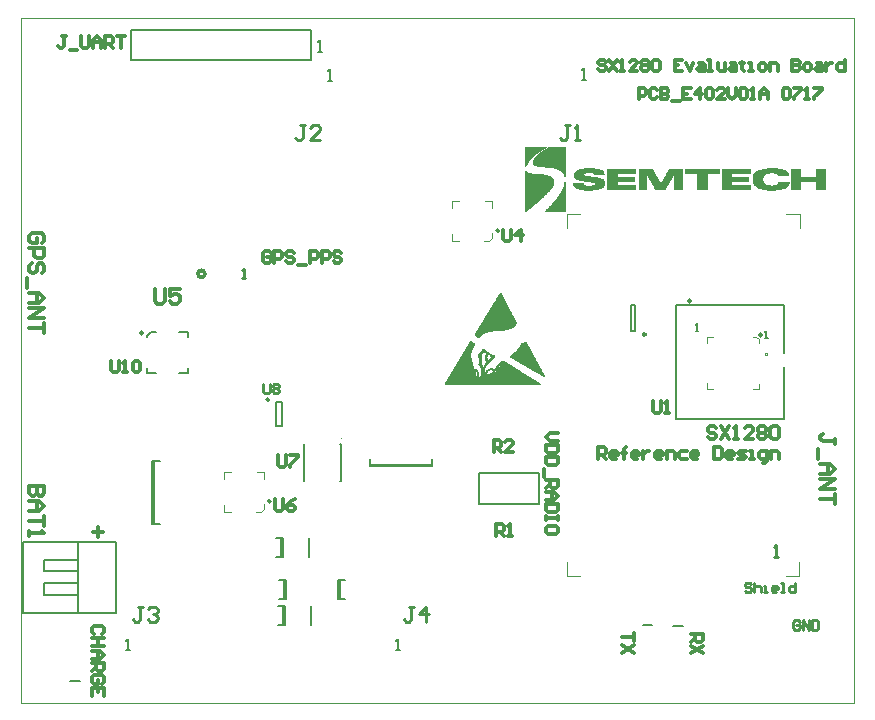
<source format=gto>
%FSAX43Y43*%
%MOMM*%
G71*
G01*
G75*
G04 Layer_Color=8517375*
%ADD10R,0.350X0.400*%
G04:AMPARAMS|DCode=11|XSize=2.4mm|YSize=2.4mm|CornerRadius=0.06mm|HoleSize=0mm|Usage=FLASHONLY|Rotation=270.000|XOffset=0mm|YOffset=0mm|HoleType=Round|Shape=RoundedRectangle|*
%AMROUNDEDRECTD11*
21,1,2.400,2.280,0,0,270.0*
21,1,2.280,2.400,0,0,270.0*
1,1,0.120,-1.140,-1.140*
1,1,0.120,-1.140,1.140*
1,1,0.120,1.140,1.140*
1,1,0.120,1.140,-1.140*
%
%ADD11ROUNDEDRECTD11*%
%ADD12O,0.300X0.800*%
%ADD13O,0.800X0.300*%
%ADD14R,0.500X0.500*%
%ADD15R,0.850X0.400*%
%ADD16R,0.650X0.650*%
G04:AMPARAMS|DCode=17|XSize=0.65mm|YSize=3.6mm|CornerRadius=0.033mm|HoleSize=0mm|Usage=FLASHONLY|Rotation=270.000|XOffset=0mm|YOffset=0mm|HoleType=Round|Shape=RoundedRectangle|*
%AMROUNDEDRECTD17*
21,1,0.650,3.535,0,0,270.0*
21,1,0.585,3.600,0,0,270.0*
1,1,0.065,-1.768,-0.292*
1,1,0.065,-1.768,0.292*
1,1,0.065,1.768,0.292*
1,1,0.065,1.768,-0.292*
%
%ADD17ROUNDEDRECTD17*%
%ADD18R,1.300X1.300*%
%ADD19R,5.309X2.007*%
%ADD20R,2.007X5.309*%
%ADD21R,0.650X0.650*%
%ADD22O,0.220X0.800*%
%ADD23O,0.800X0.220*%
G04:AMPARAMS|DCode=24|XSize=1.6mm|YSize=1.6mm|CornerRadius=0.04mm|HoleSize=0mm|Usage=FLASHONLY|Rotation=180.000|XOffset=0mm|YOffset=0mm|HoleType=Round|Shape=RoundedRectangle|*
%AMROUNDEDRECTD24*
21,1,1.600,1.520,0,0,180.0*
21,1,1.520,1.600,0,0,180.0*
1,1,0.080,-0.760,0.760*
1,1,0.080,0.760,0.760*
1,1,0.080,0.760,-0.760*
1,1,0.080,-0.760,-0.760*
%
%ADD24ROUNDEDRECTD24*%
G04:AMPARAMS|DCode=25|XSize=2.3mm|YSize=0.8mm|CornerRadius=0.08mm|HoleSize=0mm|Usage=FLASHONLY|Rotation=0.000|XOffset=0mm|YOffset=0mm|HoleType=Round|Shape=RoundedRectangle|*
%AMROUNDEDRECTD25*
21,1,2.300,0.640,0,0,0.0*
21,1,2.140,0.800,0,0,0.0*
1,1,0.160,1.070,-0.320*
1,1,0.160,-1.070,-0.320*
1,1,0.160,-1.070,0.320*
1,1,0.160,1.070,0.320*
%
%ADD25ROUNDEDRECTD25*%
%ADD26R,1.300X1.600*%
%ADD27R,0.850X0.750*%
%ADD28R,1.600X1.800*%
%ADD29R,1.300X1.300*%
%ADD30R,0.900X0.900*%
%ADD31R,0.900X0.900*%
%ADD32R,1.300X1.600*%
%ADD33R,2.380X1.650*%
%ADD34O,0.250X0.600*%
%ADD35R,1.000X0.800*%
%ADD36O,0.900X0.300*%
%ADD37O,0.300X0.900*%
%ADD38R,0.600X0.800*%
%ADD39R,0.300X0.500*%
%ADD40R,0.550X0.550*%
%ADD41R,4.200X1.905*%
%ADD42C,0.600*%
%ADD43C,0.400*%
%ADD44C,0.250*%
%ADD45C,1.000*%
%ADD46C,0.650*%
%ADD47C,0.200*%
%ADD48C,0.257*%
%ADD49C,0.800*%
%ADD50C,0.300*%
%ADD51C,0.500*%
%ADD52C,1.200*%
%ADD53C,1.300*%
%ADD54C,0.900*%
%ADD55C,0.350*%
%ADD56C,0.700*%
%ADD57C,0.150*%
%ADD58C,0.050*%
%ADD59C,1.600*%
%ADD60C,1.500*%
%ADD61R,1.500X1.500*%
G04:AMPARAMS|DCode=62|XSize=2.2mm|YSize=3.6mm|CornerRadius=0.11mm|HoleSize=0mm|Usage=FLASHONLY|Rotation=270.000|XOffset=0mm|YOffset=0mm|HoleType=Round|Shape=RoundedRectangle|*
%AMROUNDEDRECTD62*
21,1,2.200,3.380,0,0,270.0*
21,1,1.980,3.600,0,0,270.0*
1,1,0.220,-1.690,-0.990*
1,1,0.220,-1.690,0.990*
1,1,0.220,1.690,0.990*
1,1,0.220,1.690,-0.990*
%
%ADD62ROUNDEDRECTD62*%
G04:AMPARAMS|DCode=63|XSize=1.6mm|YSize=1.6mm|CornerRadius=0.08mm|HoleSize=0mm|Usage=FLASHONLY|Rotation=270.000|XOffset=0mm|YOffset=0mm|HoleType=Round|Shape=RoundedRectangle|*
%AMROUNDEDRECTD63*
21,1,1.600,1.440,0,0,270.0*
21,1,1.440,1.600,0,0,270.0*
1,1,0.160,-0.720,-0.720*
1,1,0.160,-0.720,0.720*
1,1,0.160,0.720,0.720*
1,1,0.160,0.720,-0.720*
%
%ADD63ROUNDEDRECTD63*%
%ADD64C,1.700*%
G04:AMPARAMS|DCode=65|XSize=1.7mm|YSize=1.7mm|CornerRadius=0.17mm|HoleSize=0mm|Usage=FLASHONLY|Rotation=0.000|XOffset=0mm|YOffset=0mm|HoleType=Round|Shape=RoundedRectangle|*
%AMROUNDEDRECTD65*
21,1,1.700,1.360,0,0,0.0*
21,1,1.360,1.700,0,0,0.0*
1,1,0.340,0.680,-0.680*
1,1,0.340,-0.680,-0.680*
1,1,0.340,-0.680,0.680*
1,1,0.340,0.680,0.680*
%
%ADD65ROUNDEDRECTD65*%
%ADD66R,4.200X2.413*%
%ADD67C,0.400*%
%ADD68C,0.500*%
%ADD69C,0.600*%
%ADD70C,0.660*%
%ADD71C,0.100*%
%ADD72C,0.028*%
%ADD73C,0.025*%
%ADD74C,0.254*%
D44*
X0052894Y0031180D02*
G03*
X0052894Y0031180I-0000125J0000000D01*
G01*
X0061808Y0010016D02*
X0061675Y0010150D01*
X0061408D01*
X0061275Y0010016D01*
Y0009883D01*
X0061408Y0009750D01*
X0061675D01*
X0061808Y0009617D01*
Y0009483D01*
X0061675Y0009350D01*
X0061408D01*
X0061275Y0009483D01*
X0062075Y0010150D02*
Y0009350D01*
Y0009750D01*
X0062208Y0009883D01*
X0062475D01*
X0062608Y0009750D01*
Y0009350D01*
X0062874D02*
X0063141D01*
X0063008D01*
Y0009883D01*
X0062874D01*
X0063941Y0009350D02*
X0063674D01*
X0063541Y0009483D01*
Y0009750D01*
X0063674Y0009883D01*
X0063941D01*
X0064074Y0009750D01*
Y0009617D01*
X0063541D01*
X0064341Y0009350D02*
X0064607D01*
X0064474D01*
Y0010150D01*
X0064341D01*
X0065540D02*
Y0009350D01*
X0065140D01*
X0065007Y0009483D01*
Y0009750D01*
X0065140Y0009883D01*
X0065540D01*
X0020500Y0027000D02*
Y0026333D01*
X0020633Y0026200D01*
X0020900D01*
X0021033Y0026333D01*
Y0027000D01*
X0021300Y0026866D02*
X0021433Y0027000D01*
X0021700D01*
X0021833Y0026866D01*
Y0026733D01*
X0021700Y0026600D01*
X0021833Y0026467D01*
Y0026333D01*
X0021700Y0026200D01*
X0021433D01*
X0021300Y0026333D01*
Y0026467D01*
X0021433Y0026600D01*
X0021300Y0026733D01*
Y0026866D01*
X0021433Y0026600D02*
X0021700D01*
X0065909Y0006816D02*
X0065776Y0006950D01*
X0065509D01*
X0065376Y0006816D01*
Y0006283D01*
X0065509Y0006150D01*
X0065776D01*
X0065909Y0006283D01*
Y0006550D01*
X0065642D01*
X0066175Y0006150D02*
Y0006950D01*
X0066709Y0006150D01*
Y0006950D01*
X0066975D02*
Y0006150D01*
X0067375D01*
X0067508Y0006283D01*
Y0006816D01*
X0067375Y0006950D01*
X0066975D01*
X0063725Y0012300D02*
X0064058D01*
X0063892D01*
Y0013300D01*
X0063725Y0013133D01*
X0018715Y0035950D02*
X0018981D01*
X0018848D01*
Y0036750D01*
X0018715Y0036616D01*
D47*
X0021017Y0025646D02*
G03*
X0021017Y0025646I-0000150J0000000D01*
G01*
X0051669Y0031480D02*
X0051969D01*
X0051669Y0033680D02*
X0051969D01*
Y0031480D02*
Y0033680D01*
X0051669Y0031480D02*
Y0033680D01*
X0004800Y0007600D02*
Y0013600D01*
X0000150Y0007600D02*
X0008000D01*
X0000150D02*
Y0013600D01*
X0008000D01*
Y0007600D02*
Y0013600D01*
X0001900Y0012100D02*
X0004800D01*
X0001900Y0011100D02*
Y0012100D01*
Y0011100D02*
X0004800D01*
X0001900Y0009100D02*
X0004800D01*
X0001900D02*
Y0010100D01*
X0004800D01*
X0022092Y0023446D02*
Y0025446D01*
X0021592Y0023446D02*
Y0025446D01*
Y0023446D02*
X0022092D01*
X0021592Y0025446D02*
X0022092D01*
X0029500Y0020000D02*
X0034800D01*
X0029500Y0020150D02*
Y0020275D01*
Y0020000D02*
Y0020650D01*
Y0020150D02*
X0034800D01*
Y0020000D02*
Y0020650D01*
X0011100Y0015150D02*
Y0020450D01*
X0011250D02*
X0011375D01*
X0011100D02*
X0011750D01*
X0011250Y0015150D02*
Y0020450D01*
X0011100Y0015150D02*
X0011750D01*
X0024550Y0006550D02*
Y0008150D01*
X0022160Y0006550D02*
Y0008150D01*
X0022350Y0006550D02*
Y0008150D01*
X0021750Y0006550D02*
X0022350D01*
X0021750Y0008150D02*
X0022350D01*
X0021550Y0013944D02*
X0022150D01*
X0021550Y0012344D02*
X0022150D01*
Y0013944D01*
X0021960Y0012344D02*
Y0013944D01*
X0024350Y0012344D02*
Y0013944D01*
X0021850Y0010350D02*
X0022450D01*
X0021850Y0008750D02*
X0022450D01*
Y0010350D01*
X0022260Y0008750D02*
Y0010350D01*
X0026800Y0008750D02*
X0027400D01*
X0026800Y0010350D02*
X0027400D01*
X0026800Y0008750D02*
Y0010350D01*
X0026990Y0008750D02*
Y0010350D01*
X0027050Y0018750D02*
Y0021850D01*
X0027025D02*
X0027050D01*
X0023950D02*
X0023975D01*
X0023950Y0018750D02*
Y0021850D01*
Y0018750D02*
X0023975D01*
X0027025D02*
X0027050D01*
X0004150Y0001800D02*
X0004950D01*
X0055200Y0006521D02*
X0056000D01*
X0052650Y0006571D02*
X0053450D01*
X0009260Y0056960D02*
X0024500D01*
X0009260Y0054420D02*
X0024500D01*
Y0056960D01*
X0009260Y0054420D02*
Y0056960D01*
X0038750Y0016800D02*
Y0019400D01*
X0043850Y0016800D02*
Y0019400D01*
X0038750D02*
X0043850D01*
X0038750Y0016800D02*
X0043850D01*
X0062993Y0030850D02*
X0063193D01*
X0063093D01*
Y0031450D01*
X0062993Y0031350D01*
X0025117Y0055121D02*
X0025450D01*
X0025284D01*
Y0056121D01*
X0025117Y0055954D01*
X0008911Y0004410D02*
X0009244D01*
X0009077D01*
Y0005410D01*
X0008911Y0005244D01*
X0031731Y0004415D02*
X0032064D01*
X0031898D01*
Y0005414D01*
X0031731Y0005248D01*
X0026000Y0052610D02*
X0026333D01*
X0026167D01*
Y0053610D01*
X0026000Y0053444D01*
X0047511Y0052710D02*
X0047844D01*
X0047677D01*
Y0053710D01*
X0047511Y0053544D01*
D50*
X0015560Y0036300D02*
G03*
X0015560Y0036300I-0000300J0000000D01*
G01*
X0001970Y0018369D02*
X0000700D01*
Y0017735D01*
X0000912Y0017523D01*
X0001123D01*
X0001335Y0017735D01*
Y0018369D01*
Y0017735D01*
X0001546Y0017523D01*
X0001758D01*
X0001970Y0017735D01*
Y0018369D01*
X0000700Y0017100D02*
X0001546D01*
X0001970Y0016677D01*
X0001546Y0016253D01*
X0000700D01*
X0001335D01*
Y0017100D01*
X0001970Y0015830D02*
Y0014984D01*
Y0015407D01*
X0000700D01*
Y0014561D02*
Y0014137D01*
Y0014349D01*
X0001970D01*
X0001758Y0014561D01*
X0021116Y0038080D02*
X0020950Y0038246D01*
X0020617D01*
X0020450Y0038080D01*
Y0037413D01*
X0020617Y0037247D01*
X0020950D01*
X0021116Y0037413D01*
Y0037746D01*
X0020783D01*
X0021450Y0037247D02*
Y0038246D01*
X0021950D01*
X0022116Y0038080D01*
Y0037746D01*
X0021950Y0037580D01*
X0021450D01*
X0023116Y0038080D02*
X0022949Y0038246D01*
X0022616D01*
X0022449Y0038080D01*
Y0037913D01*
X0022616Y0037746D01*
X0022949D01*
X0023116Y0037580D01*
Y0037413D01*
X0022949Y0037247D01*
X0022616D01*
X0022449Y0037413D01*
X0023449Y0037080D02*
X0024115D01*
X0024449Y0037247D02*
Y0038246D01*
X0024949D01*
X0025115Y0038080D01*
Y0037746D01*
X0024949Y0037580D01*
X0024449D01*
X0025448Y0037247D02*
Y0038246D01*
X0025948D01*
X0026115Y0038080D01*
Y0037746D01*
X0025948Y0037580D01*
X0025448D01*
X0027115Y0038080D02*
X0026948Y0038246D01*
X0026615D01*
X0026448Y0038080D01*
Y0037913D01*
X0026615Y0037746D01*
X0026948D01*
X0027115Y0037580D01*
Y0037413D01*
X0026948Y0037247D01*
X0026615D01*
X0026448Y0037413D01*
X0001758Y0038904D02*
X0001970Y0039115D01*
Y0039538D01*
X0001758Y0039750D01*
X0000912D01*
X0000700Y0039538D01*
Y0039115D01*
X0000912Y0038904D01*
X0001335D01*
Y0039327D01*
X0000700Y0038480D02*
X0001970D01*
Y0037846D01*
X0001758Y0037634D01*
X0001335D01*
X0001123Y0037846D01*
Y0038480D01*
X0001758Y0036364D02*
X0001970Y0036576D01*
Y0036999D01*
X0001758Y0037211D01*
X0001546D01*
X0001335Y0036999D01*
Y0036576D01*
X0001123Y0036364D01*
X0000912D01*
X0000700Y0036576D01*
Y0036999D01*
X0000912Y0037211D01*
X0000488Y0035941D02*
Y0035095D01*
X0000700Y0034672D02*
X0001546D01*
X0001970Y0034248D01*
X0001546Y0033825D01*
X0000700D01*
X0001335D01*
Y0034672D01*
X0000700Y0033402D02*
X0001970D01*
X0000700Y0032556D01*
X0001970D01*
Y0032132D02*
Y0031286D01*
Y0031709D01*
X0000700D01*
X0011300Y0035020D02*
Y0033962D01*
X0011512Y0033750D01*
X0011935D01*
X0012146Y0033962D01*
Y0035020D01*
X0013416D02*
X0012570D01*
Y0034385D01*
X0012993Y0034596D01*
X0013204D01*
X0013416Y0034385D01*
Y0033962D01*
X0013204Y0033750D01*
X0012781D01*
X0012570Y0033962D01*
X0040800Y0040050D02*
Y0039217D01*
X0040967Y0039050D01*
X0041300D01*
X0041466Y0039217D01*
Y0040050D01*
X0042300Y0039050D02*
Y0040050D01*
X0041800Y0039550D01*
X0042466D01*
X0053500Y0025525D02*
Y0024692D01*
X0053667Y0024525D01*
X0054000D01*
X0054166Y0024692D01*
Y0025525D01*
X0054500Y0024525D02*
X0054833D01*
X0054666D01*
Y0025525D01*
X0054500Y0025358D01*
X0040000Y0021200D02*
Y0022200D01*
X0040500D01*
X0040666Y0022033D01*
Y0021700D01*
X0040500Y0021533D01*
X0040000D01*
X0040333D02*
X0040666Y0021200D01*
X0041666D02*
X0041000D01*
X0041666Y0021866D01*
Y0022033D01*
X0041500Y0022200D01*
X0041166D01*
X0041000Y0022033D01*
X0040200Y0014100D02*
Y0015100D01*
X0040700D01*
X0040866Y0014933D01*
Y0014600D01*
X0040700Y0014433D01*
X0040200D01*
X0040533D02*
X0040866Y0014100D01*
X0041200D02*
X0041533D01*
X0041366D01*
Y0015100D01*
X0041200Y0014933D01*
X0051850Y0005871D02*
Y0005204D01*
Y0005537D01*
X0050850D01*
X0051850Y0004871D02*
X0050850Y0004205D01*
X0051850D02*
X0050850Y0004871D01*
X0056750Y0005821D02*
X0057750D01*
Y0005321D01*
X0057583Y0005154D01*
X0057250D01*
X0057083Y0005321D01*
Y0005821D01*
Y0005487D02*
X0056750Y0005154D01*
X0057750Y0004821D02*
X0056750Y0004155D01*
X0057750D02*
X0056750Y0004821D01*
X0045450Y0022800D02*
X0044783D01*
X0044450Y0022467D01*
X0044783Y0022134D01*
X0045450D01*
Y0021800D02*
X0044450D01*
Y0021300D01*
X0044617Y0021134D01*
X0045283D01*
X0045450Y0021300D01*
Y0021800D01*
Y0020801D02*
X0044450D01*
Y0020301D01*
X0044617Y0020134D01*
X0045283D01*
X0045450Y0020301D01*
Y0020801D01*
X0044283Y0019801D02*
Y0019135D01*
X0044450Y0018801D02*
X0045450D01*
Y0018301D01*
X0045283Y0018135D01*
X0044950D01*
X0044783Y0018301D01*
Y0018801D01*
Y0018468D02*
X0044450Y0018135D01*
Y0017802D02*
X0045116D01*
X0045450Y0017468D01*
X0045116Y0017135D01*
X0044450D01*
X0044950D01*
Y0017802D01*
X0045450Y0016802D02*
X0044450D01*
Y0016302D01*
X0044617Y0016135D01*
X0045283D01*
X0045450Y0016302D01*
Y0016802D01*
Y0015802D02*
Y0015469D01*
Y0015636D01*
X0044450D01*
Y0015802D01*
Y0015469D01*
X0045450Y0014469D02*
Y0014803D01*
X0045283Y0014969D01*
X0044617D01*
X0044450Y0014803D01*
Y0014469D01*
X0044617Y0014303D01*
X0045283D01*
X0045450Y0014469D01*
X0006875Y0005800D02*
X0007050Y0005975D01*
Y0006325D01*
X0006875Y0006500D01*
X0006175D01*
X0006000Y0006325D01*
Y0005975D01*
X0006175Y0005800D01*
X0007050Y0005450D02*
X0006000D01*
X0006525D01*
Y0004751D01*
X0007050D01*
X0006000D01*
Y0004401D02*
X0006700D01*
X0007050Y0004051D01*
X0006700Y0003701D01*
X0006000D01*
X0006525D01*
Y0004401D01*
X0006000Y0003351D02*
X0007050D01*
Y0002826D01*
X0006875Y0002651D01*
X0006525D01*
X0006350Y0002826D01*
Y0003351D01*
Y0003001D02*
X0006000Y0002651D01*
X0006875Y0001602D02*
X0007050Y0001777D01*
Y0002126D01*
X0006875Y0002301D01*
X0006175D01*
X0006000Y0002126D01*
Y0001777D01*
X0006175Y0001602D01*
X0006525D01*
Y0001951D01*
X0007050Y0000552D02*
Y0001252D01*
X0006000D01*
Y0000552D01*
X0006525Y0001252D02*
Y0000902D01*
X0021500Y0017250D02*
Y0016417D01*
X0021667Y0016250D01*
X0022000D01*
X0022166Y0016417D01*
Y0017250D01*
X0023166D02*
X0022833Y0017083D01*
X0022500Y0016750D01*
Y0016417D01*
X0022666Y0016250D01*
X0023000D01*
X0023166Y0016417D01*
Y0016583D01*
X0023000Y0016750D01*
X0022500D01*
X0021750Y0020944D02*
Y0020111D01*
X0021917Y0019944D01*
X0022250D01*
X0022416Y0020111D01*
Y0020944D01*
X0022750D02*
X0023416D01*
Y0020777D01*
X0022750Y0020111D01*
Y0019944D01*
X0003766Y0056450D02*
X0003433D01*
X0003600D01*
Y0055617D01*
X0003433Y0055450D01*
X0003267D01*
X0003100Y0055617D01*
X0004100Y0055283D02*
X0004766D01*
X0005099Y0056450D02*
Y0055617D01*
X0005266Y0055450D01*
X0005599D01*
X0005766Y0055617D01*
Y0056450D01*
X0006099Y0055450D02*
Y0056116D01*
X0006432Y0056450D01*
X0006765Y0056116D01*
Y0055450D01*
Y0055950D01*
X0006099D01*
X0007099Y0055450D02*
Y0056450D01*
X0007599D01*
X0007765Y0056283D01*
Y0055950D01*
X0007599Y0055783D01*
X0007099D01*
X0007432D02*
X0007765Y0055450D01*
X0008098Y0056450D02*
X0008765D01*
X0008432D01*
Y0055450D01*
X0007600Y0028950D02*
Y0028117D01*
X0007767Y0027950D01*
X0008100D01*
X0008266Y0028117D01*
Y0028950D01*
X0008600Y0027950D02*
X0008933D01*
X0008766D01*
Y0028950D01*
X0008600Y0028783D01*
X0009433D02*
X0009599Y0028950D01*
X0009933D01*
X0010099Y0028783D01*
Y0028117D01*
X0009933Y0027950D01*
X0009599D01*
X0009433Y0028117D01*
Y0028783D01*
X0048850Y0020600D02*
Y0021600D01*
X0049350D01*
X0049516Y0021433D01*
Y0021100D01*
X0049350Y0020933D01*
X0048850D01*
X0049183D02*
X0049516Y0020600D01*
X0050350D02*
X0050016D01*
X0049850Y0020767D01*
Y0021100D01*
X0050016Y0021266D01*
X0050350D01*
X0050516Y0021100D01*
Y0020933D01*
X0049850D01*
X0051016Y0020600D02*
Y0021433D01*
Y0021100D01*
X0050849D01*
X0051183D01*
X0051016D01*
Y0021433D01*
X0051183Y0021600D01*
X0052182Y0020600D02*
X0051849D01*
X0051682Y0020767D01*
Y0021100D01*
X0051849Y0021266D01*
X0052182D01*
X0052349Y0021100D01*
Y0020933D01*
X0051682D01*
X0052682Y0021266D02*
Y0020600D01*
Y0020933D01*
X0052849Y0021100D01*
X0053015Y0021266D01*
X0053182D01*
X0054182Y0020600D02*
X0053848D01*
X0053682Y0020767D01*
Y0021100D01*
X0053848Y0021266D01*
X0054182D01*
X0054348Y0021100D01*
Y0020933D01*
X0053682D01*
X0054681Y0020600D02*
Y0021266D01*
X0055181D01*
X0055348Y0021100D01*
Y0020600D01*
X0056348Y0021266D02*
X0055848D01*
X0055681Y0021100D01*
Y0020767D01*
X0055848Y0020600D01*
X0056348D01*
X0057181D02*
X0056847D01*
X0056681Y0020767D01*
Y0021100D01*
X0056847Y0021266D01*
X0057181D01*
X0057347Y0021100D01*
Y0020933D01*
X0056681D01*
X0058680Y0021600D02*
Y0020600D01*
X0059180D01*
X0059347Y0020767D01*
Y0021433D01*
X0059180Y0021600D01*
X0058680D01*
X0060180Y0020600D02*
X0059846D01*
X0059680Y0020767D01*
Y0021100D01*
X0059846Y0021266D01*
X0060180D01*
X0060346Y0021100D01*
Y0020933D01*
X0059680D01*
X0060680Y0020600D02*
X0061179D01*
X0061346Y0020767D01*
X0061179Y0020933D01*
X0060846D01*
X0060680Y0021100D01*
X0060846Y0021266D01*
X0061346D01*
X0061679Y0020600D02*
X0062012D01*
X0061846D01*
Y0021266D01*
X0061679D01*
X0062845Y0020267D02*
X0063012D01*
X0063179Y0020433D01*
Y0021266D01*
X0062679D01*
X0062512Y0021100D01*
Y0020767D01*
X0062679Y0020600D01*
X0063179D01*
X0063512D02*
Y0021266D01*
X0064012D01*
X0064178Y0021100D01*
Y0020600D01*
X0052275Y0051075D02*
Y0052025D01*
X0052750D01*
X0052908Y0051866D01*
Y0051550D01*
X0052750Y0051392D01*
X0052275D01*
X0053858Y0051866D02*
X0053700Y0052025D01*
X0053383D01*
X0053225Y0051866D01*
Y0051233D01*
X0053383Y0051075D01*
X0053700D01*
X0053858Y0051233D01*
X0054174Y0052025D02*
Y0051075D01*
X0054649D01*
X0054808Y0051233D01*
Y0051392D01*
X0054649Y0051550D01*
X0054174D01*
X0054649D01*
X0054808Y0051708D01*
Y0051866D01*
X0054649Y0052025D01*
X0054174D01*
X0055124Y0050917D02*
X0055757D01*
X0056707Y0052025D02*
X0056074D01*
Y0051075D01*
X0056707D01*
X0056074Y0051550D02*
X0056390D01*
X0057498Y0051075D02*
Y0052025D01*
X0057023Y0051550D01*
X0057657D01*
X0057973Y0051866D02*
X0058131Y0052025D01*
X0058448D01*
X0058606Y0051866D01*
Y0051233D01*
X0058448Y0051075D01*
X0058131D01*
X0057973Y0051233D01*
Y0051866D01*
X0059556Y0051075D02*
X0058923D01*
X0059556Y0051708D01*
Y0051866D01*
X0059398Y0052025D01*
X0059081D01*
X0058923Y0051866D01*
X0059873Y0052025D02*
Y0051392D01*
X0060189Y0051075D01*
X0060506Y0051392D01*
Y0052025D01*
X0060822Y0051866D02*
X0060981Y0052025D01*
X0061297D01*
X0061455Y0051866D01*
Y0051233D01*
X0061297Y0051075D01*
X0060981D01*
X0060822Y0051233D01*
Y0051866D01*
X0061772Y0051075D02*
X0062089D01*
X0061930D01*
Y0052025D01*
X0061772Y0051866D01*
X0062563Y0051075D02*
Y0051708D01*
X0062880Y0052025D01*
X0063196Y0051708D01*
Y0051075D01*
Y0051550D01*
X0062563D01*
X0064463Y0051866D02*
X0064621Y0052025D01*
X0064938D01*
X0065096Y0051866D01*
Y0051233D01*
X0064938Y0051075D01*
X0064621D01*
X0064463Y0051233D01*
Y0051866D01*
X0065412Y0052025D02*
X0066046D01*
Y0051866D01*
X0065412Y0051233D01*
Y0051075D01*
X0066362D02*
X0066679D01*
X0066520D01*
Y0052025D01*
X0066362Y0051866D01*
X0067154Y0052025D02*
X0067787D01*
Y0051866D01*
X0067154Y0051233D01*
Y0051075D01*
X0049478Y0054266D02*
X0049320Y0054425D01*
X0049003D01*
X0048845Y0054266D01*
Y0054108D01*
X0049003Y0053950D01*
X0049320D01*
X0049478Y0053792D01*
Y0053633D01*
X0049320Y0053475D01*
X0049003D01*
X0048845Y0053633D01*
X0049794Y0054425D02*
X0050428Y0053475D01*
Y0054425D02*
X0049794Y0053475D01*
X0050744D02*
X0051061D01*
X0050902D01*
Y0054425D01*
X0050744Y0054266D01*
X0052169Y0053475D02*
X0051535D01*
X0052169Y0054108D01*
Y0054266D01*
X0052010Y0054425D01*
X0051694D01*
X0051535Y0054266D01*
X0052485D02*
X0052643Y0054425D01*
X0052960D01*
X0053118Y0054266D01*
Y0054108D01*
X0052960Y0053950D01*
X0053118Y0053792D01*
Y0053633D01*
X0052960Y0053475D01*
X0052643D01*
X0052485Y0053633D01*
Y0053792D01*
X0052643Y0053950D01*
X0052485Y0054108D01*
Y0054266D01*
X0052643Y0053950D02*
X0052960D01*
X0053435Y0054266D02*
X0053593Y0054425D01*
X0053910D01*
X0054068Y0054266D01*
Y0053633D01*
X0053910Y0053475D01*
X0053593D01*
X0053435Y0053633D01*
Y0054266D01*
X0055967Y0054425D02*
X0055334D01*
Y0053475D01*
X0055967D01*
X0055334Y0053950D02*
X0055651D01*
X0056284Y0054108D02*
X0056601Y0053475D01*
X0056917Y0054108D01*
X0057392D02*
X0057708D01*
X0057867Y0053950D01*
Y0053475D01*
X0057392D01*
X0057234Y0053633D01*
X0057392Y0053792D01*
X0057867D01*
X0058183Y0053475D02*
X0058500D01*
X0058342D01*
Y0054425D01*
X0058183D01*
X0058975Y0054108D02*
Y0053633D01*
X0059133Y0053475D01*
X0059608D01*
Y0054108D01*
X0060083D02*
X0060399D01*
X0060558Y0053950D01*
Y0053475D01*
X0060083D01*
X0059924Y0053633D01*
X0060083Y0053792D01*
X0060558D01*
X0061032Y0054266D02*
Y0054108D01*
X0060874D01*
X0061191D01*
X0061032D01*
Y0053633D01*
X0061191Y0053475D01*
X0061666D02*
X0061982D01*
X0061824D01*
Y0054108D01*
X0061666D01*
X0062615Y0053475D02*
X0062932D01*
X0063090Y0053633D01*
Y0053950D01*
X0062932Y0054108D01*
X0062615D01*
X0062457Y0053950D01*
Y0053633D01*
X0062615Y0053475D01*
X0063407D02*
Y0054108D01*
X0063881D01*
X0064040Y0053950D01*
Y0053475D01*
X0065306Y0054425D02*
Y0053475D01*
X0065781D01*
X0065939Y0053633D01*
Y0053792D01*
X0065781Y0053950D01*
X0065306D01*
X0065781D01*
X0065939Y0054108D01*
Y0054266D01*
X0065781Y0054425D01*
X0065306D01*
X0066414Y0053475D02*
X0066731D01*
X0066889Y0053633D01*
Y0053950D01*
X0066731Y0054108D01*
X0066414D01*
X0066256Y0053950D01*
Y0053633D01*
X0066414Y0053475D01*
X0067364Y0054108D02*
X0067680D01*
X0067839Y0053950D01*
Y0053475D01*
X0067364D01*
X0067205Y0053633D01*
X0067364Y0053792D01*
X0067839D01*
X0068155Y0054108D02*
Y0053475D01*
Y0053792D01*
X0068313Y0053950D01*
X0068472Y0054108D01*
X0068630D01*
X0069738Y0054425D02*
Y0053475D01*
X0069263D01*
X0069105Y0053633D01*
Y0053950D01*
X0069263Y0054108D01*
X0069738D01*
X0058863Y0023216D02*
X0058680Y0023400D01*
X0058314D01*
X0058130Y0023216D01*
Y0023033D01*
X0058314Y0022850D01*
X0058680D01*
X0058863Y0022667D01*
Y0022483D01*
X0058680Y0022300D01*
X0058314D01*
X0058130Y0022483D01*
X0059230Y0023400D02*
X0059963Y0022300D01*
Y0023400D02*
X0059230Y0022300D01*
X0060330D02*
X0060696D01*
X0060513D01*
Y0023400D01*
X0060330Y0023216D01*
X0061979Y0022300D02*
X0061246D01*
X0061979Y0023033D01*
Y0023216D01*
X0061796Y0023400D01*
X0061429D01*
X0061246Y0023216D01*
X0062346D02*
X0062529Y0023400D01*
X0062895D01*
X0063079Y0023216D01*
Y0023033D01*
X0062895Y0022850D01*
X0063079Y0022667D01*
Y0022483D01*
X0062895Y0022300D01*
X0062529D01*
X0062346Y0022483D01*
Y0022667D01*
X0062529Y0022850D01*
X0062346Y0023033D01*
Y0023216D01*
X0062529Y0022850D02*
X0062895D01*
X0063445Y0023216D02*
X0063629Y0023400D01*
X0063995D01*
X0064178Y0023216D01*
Y0022483D01*
X0063995Y0022300D01*
X0063629D01*
X0063445Y0022483D01*
Y0023216D01*
D55*
X0068920Y0021904D02*
Y0022327D01*
Y0022115D01*
X0067862D01*
X0067650Y0022327D01*
Y0022538D01*
X0067862Y0022750D01*
X0067438Y0021480D02*
Y0020634D01*
X0067650Y0020211D02*
X0068496D01*
X0068920Y0019788D01*
X0068496Y0019364D01*
X0067650D01*
X0068285D01*
Y0020211D01*
X0067650Y0018941D02*
X0068920D01*
X0067650Y0018095D01*
X0068920D01*
Y0017672D02*
Y0016825D01*
Y0017248D01*
X0067650D01*
X0006535Y0014900D02*
Y0014054D01*
X0006958Y0014477D02*
X0006112D01*
D57*
X0062750Y0031100D02*
G03*
X0062750Y0031100I-0000150J0000000D01*
G01*
X0040486Y0039950D02*
G03*
X0040486Y0039950I-0000150J0000000D01*
G01*
X0021175Y0017044D02*
G03*
X0021175Y0017044I-0000150J0000000D01*
G01*
X0010350Y0031300D02*
G03*
X0010350Y0031300I-0000150J0000000D01*
G01*
X0056750Y0034000D02*
G03*
X0056750Y0034000I-0000150J0000000D01*
G01*
X0064550Y0024050D02*
Y0028400D01*
Y0029600D02*
Y0033625D01*
X0055450D02*
X0064550D01*
X0055450Y0024050D02*
Y0033625D01*
Y0024050D02*
X0064550D01*
X0010650Y0031050D02*
X0011000Y0031400D01*
X0010650Y0027900D02*
Y0028350D01*
Y0027900D02*
X0011450D01*
X0013350D02*
X0014150D01*
Y0028350D01*
Y0030950D02*
Y0031400D01*
X0013350D02*
X0014150D01*
X0011000D02*
X0011450D01*
X0010650Y0030950D02*
Y0031050D01*
X0057100Y0031500D02*
X0057300D01*
X0057200D01*
Y0032100D01*
X0057100Y0032000D01*
D58*
X0000000Y0058000D02*
X0070500D01*
Y0000000D02*
Y0058000D01*
X0000000Y0000000D02*
X0070500D01*
X0000000D02*
Y0058000D01*
D71*
X0027100Y0022350D02*
G03*
X0027100Y0022350I-0000050J0000000D01*
G01*
X0062250Y0030950D02*
X0062450Y0030750D01*
X0061950Y0030950D02*
X0062250D01*
X0058050D02*
X0058550D01*
X0058050Y0030450D02*
Y0030950D01*
Y0026550D02*
Y0027050D01*
Y0026550D02*
X0058550D01*
X0061950D02*
X0062450D01*
Y0027000D01*
Y0030450D02*
Y0030750D01*
X0064750Y0010750D02*
X0065900D01*
Y0011900D01*
X0064800Y0041350D02*
X0065950D01*
X0046200Y0041350D02*
X0047350D01*
X0046200Y0040200D02*
Y0041350D01*
Y0010750D02*
X0047350D01*
X0046200D02*
Y0011900D01*
X0065950Y0040200D02*
Y0041350D01*
X0039586Y0039050D02*
X0039861Y0039325D01*
X0036461Y0039050D02*
Y0039650D01*
Y0039050D02*
X0037061D01*
X0039186D02*
X0039586D01*
X0039861Y0039325D02*
Y0039725D01*
X0039261Y0042450D02*
X0039861D01*
Y0041850D02*
Y0042450D01*
X0036461Y0041850D02*
Y0042450D01*
X0037061D01*
X0017150Y0019544D02*
X0017750D01*
X0017150Y0018944D02*
Y0019544D01*
X0020550Y0018944D02*
Y0019544D01*
X0019950D02*
X0020550D01*
Y0016419D02*
Y0016819D01*
X0019875Y0016144D02*
X0020275D01*
X0017150D02*
X0017750D01*
X0017150D02*
Y0016744D01*
X0020275Y0016144D02*
X0020550Y0016419D01*
X0062975Y0029425D02*
Y0029575D01*
Y0029425D02*
X0063125D01*
Y0029575D01*
X0062975D02*
X0063125D01*
D72*
X0040523Y0034671D02*
X0040574D01*
X0040523Y0034645D02*
X0040599D01*
X0040498Y0034620D02*
X0040599D01*
X0040472Y0034595D02*
X0040625D01*
X0040472Y0034569D02*
X0040625D01*
X0040447Y0034544D02*
X0040650D01*
X0040447Y0034518D02*
X0040650D01*
X0040422Y0034493D02*
X0040676D01*
X0040396Y0034468D02*
X0040701D01*
X0040396Y0034442D02*
X0040701D01*
X0040371Y0034417D02*
X0040726D01*
X0040345Y0034391D02*
X0040726D01*
X0040345Y0034366D02*
X0040752D01*
X0040320Y0034341D02*
X0040752D01*
X0040320Y0034315D02*
X0040777D01*
X0040295Y0034290D02*
X0040777D01*
X0040269Y0034264D02*
X0040803D01*
X0040269Y0034239D02*
X0040803D01*
X0040244Y0034214D02*
X0040828D01*
X0040244Y0034188D02*
X0040828D01*
X0040218Y0034163D02*
X0040853D01*
X0040193Y0034137D02*
X0040853D01*
X0040193Y0034112D02*
X0040879D01*
X0040168Y0034087D02*
X0040879D01*
X0040168Y0034061D02*
X0040904D01*
X0040142Y0034036D02*
X0040904D01*
X0040117Y0034010D02*
X0040930D01*
X0040117Y0033985D02*
X0040930D01*
X0040091Y0033960D02*
X0040955D01*
X0040066Y0033934D02*
X0040955D01*
X0040066Y0033909D02*
X0040980D01*
X0040041Y0033883D02*
X0040980D01*
X0040041Y0033858D02*
X0041006D01*
X0040015Y0033833D02*
X0041006D01*
X0039990Y0033807D02*
X0041031D01*
X0039990Y0033782D02*
X0041057D01*
X0039964Y0033756D02*
X0041057D01*
X0039964Y0033731D02*
X0041082D01*
X0039939Y0033706D02*
X0041082D01*
X0039914Y0033680D02*
X0041107D01*
X0039914Y0033655D02*
X0041107D01*
X0039888Y0033629D02*
X0041133D01*
X0039863Y0033604D02*
X0041133D01*
X0039863Y0033579D02*
X0041158D01*
X0039837Y0033553D02*
X0041158D01*
X0039837Y0033528D02*
X0041184D01*
X0039812Y0033502D02*
X0041184D01*
X0039787Y0033477D02*
X0041209D01*
X0039787Y0033452D02*
X0041209D01*
X0039761Y0033426D02*
X0041234D01*
X0039761Y0033401D02*
X0041234D01*
X0039736Y0033375D02*
X0041260D01*
X0039710Y0033350D02*
X0041260D01*
X0039710Y0033325D02*
X0041285D01*
X0039685Y0033299D02*
X0041285D01*
X0039660Y0033274D02*
X0041311D01*
X0039660Y0033248D02*
X0041311D01*
X0039634Y0033223D02*
X0041336D01*
X0039634Y0033198D02*
X0041336D01*
X0039609Y0033172D02*
X0041361D01*
X0039583Y0033147D02*
X0041361D01*
X0039583Y0033121D02*
X0041387D01*
X0039558Y0033096D02*
X0041412D01*
X0039558Y0033071D02*
X0041412D01*
X0039533Y0033045D02*
X0041438D01*
X0039507Y0033020D02*
X0041438D01*
X0039507Y0032994D02*
X0041463D01*
X0039482Y0032969D02*
X0041463D01*
X0039482Y0032944D02*
X0041488D01*
X0039456Y0032918D02*
X0041488D01*
X0039431Y0032893D02*
X0041514D01*
X0039431Y0032867D02*
X0041514D01*
X0039406Y0032842D02*
X0041539D01*
X0039380Y0032817D02*
X0041539D01*
X0039380Y0032791D02*
X0041565D01*
X0039355Y0032766D02*
X0041565D01*
X0039355Y0032740D02*
X0041590D01*
X0039329Y0032715D02*
X0041590D01*
X0039304Y0032690D02*
X0041615D01*
X0039304Y0032664D02*
X0041615D01*
X0039279Y0032639D02*
X0041641D01*
X0039279Y0032613D02*
X0041641D01*
X0039253Y0032588D02*
X0041666D01*
X0039228Y0032563D02*
X0041666D01*
X0039228Y0032537D02*
X0041692D01*
X0039202Y0032512D02*
X0041692D01*
X0039177Y0032486D02*
X0041717D01*
X0039177Y0032461D02*
X0041717D01*
X0039152Y0032436D02*
X0041742D01*
X0039152Y0032410D02*
X0041768D01*
X0039126Y0032385D02*
X0041768D01*
X0039101Y0032359D02*
X0041793D01*
X0039101Y0032334D02*
X0041793D01*
X0039075Y0032309D02*
X0041819D01*
X0039075Y0032283D02*
X0041819D01*
X0039050Y0032258D02*
X0041844D01*
X0039025Y0032232D02*
X0041844D01*
X0039025Y0032207D02*
X0041844D01*
X0038999Y0032182D02*
X0041869D01*
X0038974Y0032156D02*
X0041869D01*
X0038974Y0032131D02*
X0041869D01*
X0038948Y0032105D02*
X0041844D01*
X0038948Y0032080D02*
X0041844D01*
X0038923Y0032055D02*
X0041844D01*
X0038898Y0032029D02*
X0041819D01*
X0038898Y0032004D02*
X0041819D01*
X0038872Y0031978D02*
X0041793D01*
X0038872Y0031953D02*
X0041793D01*
X0038847Y0031928D02*
X0041768D01*
X0038821Y0031902D02*
X0041742D01*
X0038821Y0031877D02*
X0041717D01*
X0038796Y0031851D02*
X0041692D01*
X0038796Y0031826D02*
X0041641D01*
X0038771Y0031801D02*
X0041615D01*
X0038745Y0031775D02*
X0041565D01*
X0038745Y0031750D02*
X0041514D01*
X0038720Y0031724D02*
X0041463D01*
X0038694Y0031699D02*
X0041412D01*
X0038694Y0031674D02*
X0041336D01*
X0038669Y0031648D02*
X0041260D01*
X0038669Y0031623D02*
X0041158D01*
X0038644Y0031597D02*
X0041031D01*
X0038618Y0031572D02*
X0040904D01*
X0038618Y0031547D02*
X0040701D01*
X0038593Y0031521D02*
X0040396D01*
X0038593Y0031496D02*
X0039888D01*
X0038567Y0031470D02*
X0039710D01*
X0038542Y0031445D02*
X0039583D01*
X0038542Y0031420D02*
X0039482D01*
X0038517Y0031394D02*
X0039406D01*
X0038491Y0031369D02*
X0039329D01*
X0038491Y0031343D02*
X0039253D01*
X0038466Y0031318D02*
X0039202D01*
X0038466Y0031293D02*
X0039152D01*
X0038440Y0031267D02*
X0039101D01*
X0038415Y0031242D02*
X0039050D01*
X0038415Y0031216D02*
X0039025D01*
X0038390Y0031191D02*
X0038974D01*
X0038390Y0031166D02*
X0038948D01*
X0038390Y0031140D02*
X0038898D01*
X0038415Y0031115D02*
X0038872D01*
X0038466Y0031089D02*
X0038847D01*
X0038491Y0031064D02*
X0038821D01*
X0038542Y0031039D02*
X0038796D01*
X0038567Y0031013D02*
X0038771D01*
X0038618Y0030988D02*
X0038745D01*
X0038644Y0030962D02*
X0038720D01*
X0038009Y0030581D02*
X0038059D01*
X0038009Y0030556D02*
X0038085D01*
X0037983Y0030531D02*
X0038136D01*
X0042682D02*
X0042708D01*
X0037958Y0030505D02*
X0038161D01*
X0042606D02*
X0042733D01*
X0037958Y0030480D02*
X0038212D01*
X0042555D02*
X0042733D01*
X0037932Y0030454D02*
X0038263D01*
X0042479D02*
X0042758D01*
X0037932Y0030429D02*
X0038288D01*
X0042403D02*
X0042758D01*
X0037907Y0030404D02*
X0038339D01*
X0042327D02*
X0042784D01*
X0037882Y0030378D02*
X0038339D01*
X0042327D02*
X0042784D01*
X0037882Y0030353D02*
X0038339D01*
X0042327D02*
X0042809D01*
X0037856Y0030327D02*
X0038313D01*
X0042301D02*
X0042835D01*
X0037856Y0030302D02*
X0038313D01*
X0042301D02*
X0042835D01*
X0037831Y0030277D02*
X0038288D01*
X0042276D02*
X0042860D01*
X0037805Y0030251D02*
X0038288D01*
X0042276D02*
X0042860D01*
X0037805Y0030226D02*
X0038263D01*
X0042250D02*
X0042885D01*
X0037780Y0030200D02*
X0038263D01*
X0042225D02*
X0042885D01*
X0037780Y0030175D02*
X0038237D01*
X0042225D02*
X0042911D01*
X0037755Y0030150D02*
X0038237D01*
X0042200D02*
X0042911D01*
X0037729Y0030124D02*
X0038237D01*
X0042200D02*
X0042936D01*
X0037729Y0030099D02*
X0038212D01*
X0042174D02*
X0042936D01*
X0037704Y0030073D02*
X0038212D01*
X0042149D02*
X0042962D01*
X0037704Y0030048D02*
X0038186D01*
X0042149D02*
X0042962D01*
X0037678Y0030023D02*
X0038186D01*
X0042123D02*
X0042987D01*
X0037653Y0029997D02*
X0038161D01*
X0042098D02*
X0043012D01*
X0037653Y0029972D02*
X0038161D01*
X0039075D02*
X0039126D01*
X0042073D02*
X0043012D01*
X0037628Y0029946D02*
X0038136D01*
X0039075D02*
X0039152D01*
X0042073D02*
X0043038D01*
X0037628Y0029921D02*
X0038136D01*
X0039050D02*
X0039177D01*
X0042047D02*
X0043038D01*
X0037602Y0029896D02*
X0038136D01*
X0039050D02*
X0039202D01*
X0042022D02*
X0043063D01*
X0037577Y0029870D02*
X0038110D01*
X0039025D02*
X0039228D01*
X0041996D02*
X0043063D01*
X0037577Y0029845D02*
X0038110D01*
X0039025D02*
X0039253D01*
X0041971D02*
X0043089D01*
X0037551Y0029819D02*
X0038110D01*
X0038999D02*
X0039279D01*
X0041946D02*
X0043089D01*
X0037551Y0029794D02*
X0038085D01*
X0038974D02*
X0039101D01*
X0039152D02*
X0039304D01*
X0041946D02*
X0043114D01*
X0037526Y0029769D02*
X0038085D01*
X0038948D02*
X0039101D01*
X0039177D02*
X0039355D01*
X0041920D02*
X0043114D01*
X0037501Y0029743D02*
X0038059D01*
X0038948D02*
X0039075D01*
X0039202D02*
X0039380D01*
X0041895D02*
X0043139D01*
X0037501Y0029718D02*
X0038059D01*
X0038923D02*
X0039075D01*
X0039228D02*
X0039406D01*
X0041844D02*
X0043165D01*
X0037475Y0029692D02*
X0038059D01*
X0038898D02*
X0039075D01*
X0039253D02*
X0039456D01*
X0041819D02*
X0043165D01*
X0037475Y0029667D02*
X0038034D01*
X0038872D02*
X0039050D01*
X0039279D02*
X0039482D01*
X0041793D02*
X0043190D01*
X0037450Y0029642D02*
X0038034D01*
X0038847D02*
X0039050D01*
X0039304D02*
X0039533D01*
X0041768D02*
X0043190D01*
X0037424Y0029616D02*
X0038034D01*
X0038821D02*
X0039025D01*
X0039329D02*
X0039558D01*
X0041742D02*
X0043216D01*
X0037424Y0029591D02*
X0038034D01*
X0038821D02*
X0038999D01*
X0039380D02*
X0039609D01*
X0041717D02*
X0043216D01*
X0037399Y0029565D02*
X0038034D01*
X0038796D02*
X0038999D01*
X0039380D02*
X0039634D01*
X0041666D02*
X0043241D01*
X0037399Y0029540D02*
X0038009D01*
X0038771D02*
X0038974D01*
X0039355D02*
X0039482D01*
X0039533D02*
X0039685D01*
X0041641D02*
X0043241D01*
X0037374Y0029515D02*
X0038009D01*
X0038745D02*
X0038974D01*
X0039329D02*
X0039456D01*
X0039583D02*
X0039736D01*
X0041590D02*
X0043266D01*
X0037348Y0029489D02*
X0038009D01*
X0038720D02*
X0038948D01*
X0039329D02*
X0039456D01*
X0039634D02*
X0039787D01*
X0041565D02*
X0043266D01*
X0037348Y0029464D02*
X0038009D01*
X0038669D02*
X0038923D01*
X0039304D02*
X0039431D01*
X0039685D02*
X0039837D01*
X0041514D02*
X0043292D01*
X0037323Y0029438D02*
X0038009D01*
X0038669D02*
X0038898D01*
X0039304D02*
X0039431D01*
X0039736D02*
X0039914D01*
X0041463D02*
X0043292D01*
X0037323Y0029413D02*
X0038009D01*
X0038669D02*
X0038872D01*
X0039279D02*
X0039406D01*
X0039736D02*
X0039964D01*
X0041438D02*
X0043317D01*
X0037297Y0029388D02*
X0038034D01*
X0038694D02*
X0038872D01*
X0039279D02*
X0039406D01*
X0039736D02*
X0040041D01*
X0041438D02*
X0043343D01*
X0037272Y0029362D02*
X0038034D01*
X0038694D02*
X0038872D01*
X0039253D02*
X0039406D01*
X0039736D02*
X0040066D01*
X0041438D02*
X0043343D01*
X0037272Y0029337D02*
X0038034D01*
X0038720D02*
X0038898D01*
X0039253D02*
X0039380D01*
X0039761D02*
X0040041D01*
X0041438D02*
X0043368D01*
X0037247Y0029311D02*
X0038034D01*
X0038720D02*
X0038898D01*
X0039253D02*
X0039380D01*
X0039761D02*
X0040015D01*
X0041412D02*
X0043368D01*
X0037247Y0029286D02*
X0038034D01*
X0038720D02*
X0038898D01*
X0039253D02*
X0039380D01*
X0039812D02*
X0040015D01*
X0041412D02*
X0043393D01*
X0037221Y0029261D02*
X0038034D01*
X0038745D02*
X0038923D01*
X0039253D02*
X0039380D01*
X0039837D02*
X0039990D01*
X0041438D02*
X0043393D01*
X0037196Y0029235D02*
X0038034D01*
X0038745D02*
X0038923D01*
X0039253D02*
X0039380D01*
X0039837D02*
X0039964D01*
X0041488D02*
X0043419D01*
X0037196Y0029210D02*
X0038034D01*
X0038745D02*
X0038923D01*
X0039279D02*
X0039406D01*
X0039812D02*
X0039939D01*
X0041539D02*
X0043419D01*
X0037170Y0029184D02*
X0038059D01*
X0038771D02*
X0038923D01*
X0039279D02*
X0039406D01*
X0039787D02*
X0039914D01*
X0041565D02*
X0043444D01*
X0037170Y0029159D02*
X0038059D01*
X0038771D02*
X0038923D01*
X0039279D02*
X0039431D01*
X0039761D02*
X0039888D01*
X0041615D02*
X0043444D01*
X0037145Y0029134D02*
X0038059D01*
X0038771D02*
X0038923D01*
X0039279D02*
X0039431D01*
X0039736D02*
X0039863D01*
X0041666D02*
X0043470D01*
X0037120Y0029108D02*
X0038059D01*
X0038771D02*
X0038948D01*
X0039304D02*
X0039431D01*
X0039685D02*
X0039837D01*
X0041717D02*
X0043495D01*
X0037120Y0029083D02*
X0038059D01*
X0038796D02*
X0038948D01*
X0039304D02*
X0039456D01*
X0039660D02*
X0039837D01*
X0041742D02*
X0043495D01*
X0037094Y0029057D02*
X0038059D01*
X0038796D02*
X0038948D01*
X0039304D02*
X0039456D01*
X0039634D02*
X0039812D01*
X0041793D02*
X0043520D01*
X0037094Y0029032D02*
X0038085D01*
X0038796D02*
X0038948D01*
X0039304D02*
X0039482D01*
X0039609D02*
X0039787D01*
X0041844D02*
X0043520D01*
X0037069Y0029007D02*
X0038085D01*
X0038796D02*
X0038948D01*
X0039329D02*
X0039482D01*
X0039583D02*
X0039736D01*
X0041869D02*
X0043546D01*
X0037043Y0028981D02*
X0038085D01*
X0038796D02*
X0038948D01*
X0039329D02*
X0039507D01*
X0039558D02*
X0039710D01*
X0041920D02*
X0043546D01*
X0037043Y0028956D02*
X0038085D01*
X0038796D02*
X0038948D01*
X0039329D02*
X0039507D01*
X0039533D02*
X0039685D01*
X0041971D02*
X0043571D01*
X0037018Y0028930D02*
X0038110D01*
X0038796D02*
X0038948D01*
X0039329D02*
X0039660D01*
X0040726D02*
X0040828D01*
X0042022D02*
X0043571D01*
X0037018Y0028905D02*
X0038110D01*
X0038796D02*
X0038948D01*
X0039355D02*
X0039634D01*
X0040676D02*
X0040853D01*
X0042047D02*
X0043597D01*
X0036993Y0028880D02*
X0038110D01*
X0038796D02*
X0038948D01*
X0039355D02*
X0039609D01*
X0040650D02*
X0040904D01*
X0042098D02*
X0043597D01*
X0036967Y0028854D02*
X0038110D01*
X0038796D02*
X0038948D01*
X0039355D02*
X0039583D01*
X0040599D02*
X0040930D01*
X0042149D02*
X0043622D01*
X0036967Y0028829D02*
X0038136D01*
X0038796D02*
X0038948D01*
X0039380D02*
X0039558D01*
X0040574D02*
X0040980D01*
X0042200D02*
X0043622D01*
X0036942Y0028803D02*
X0038136D01*
X0038796D02*
X0038948D01*
X0039355D02*
X0039533D01*
X0040549D02*
X0041031D01*
X0042225D02*
X0043647D01*
X0036942Y0028778D02*
X0038136D01*
X0038771D02*
X0038948D01*
X0039329D02*
X0039507D01*
X0040523D02*
X0041057D01*
X0042276D02*
X0043673D01*
X0036916Y0028753D02*
X0038136D01*
X0038771D02*
X0038948D01*
X0039329D02*
X0039456D01*
X0040498D02*
X0041107D01*
X0042327D02*
X0043673D01*
X0036891Y0028727D02*
X0038161D01*
X0038771D02*
X0038948D01*
X0039304D02*
X0039431D01*
X0040472D02*
X0041133D01*
X0042352D02*
X0043698D01*
X0036891Y0028702D02*
X0038161D01*
X0038745D02*
X0038948D01*
X0039304D02*
X0039406D01*
X0040447D02*
X0041184D01*
X0042403D02*
X0043698D01*
X0036866Y0028676D02*
X0038161D01*
X0038745D02*
X0038948D01*
X0039279D02*
X0039406D01*
X0040422D02*
X0040523D01*
X0040549D02*
X0041234D01*
X0042454D02*
X0043724D01*
X0036866Y0028651D02*
X0038186D01*
X0038745D02*
X0038974D01*
X0039253D02*
X0039380D01*
X0040396D02*
X0040498D01*
X0040549D02*
X0041260D01*
X0042504D02*
X0043724D01*
X0036840Y0028626D02*
X0038186D01*
X0038720D02*
X0038974D01*
X0039253D02*
X0039355D01*
X0040371D02*
X0040498D01*
X0040574D02*
X0041311D01*
X0042530D02*
X0043749D01*
X0036815Y0028600D02*
X0038186D01*
X0038745D02*
X0038999D01*
X0039228D02*
X0039329D01*
X0040371D02*
X0040472D01*
X0040574D02*
X0041336D01*
X0042581D02*
X0043749D01*
X0036815Y0028575D02*
X0038186D01*
X0038771D02*
X0038999D01*
X0039228D02*
X0039329D01*
X0040345D02*
X0040447D01*
X0040574D02*
X0041387D01*
X0042631D02*
X0043774D01*
X0036789Y0028549D02*
X0038212D01*
X0038796D02*
X0039025D01*
X0039202D02*
X0039304D01*
X0040320D02*
X0040422D01*
X0040574D02*
X0041438D01*
X0042657D02*
X0043774D01*
X0036789Y0028524D02*
X0038212D01*
X0038821D02*
X0039025D01*
X0039202D02*
X0039304D01*
X0040295D02*
X0040396D01*
X0040549D02*
X0041463D01*
X0042708D02*
X0043800D01*
X0036764Y0028499D02*
X0038212D01*
X0038821D02*
X0039050D01*
X0039177D02*
X0039279D01*
X0040269D02*
X0040396D01*
X0040549D02*
X0041514D01*
X0042758D02*
X0043825D01*
X0036739Y0028473D02*
X0038237D01*
X0038847D02*
X0039050D01*
X0039177D02*
X0039279D01*
X0040244D02*
X0040371D01*
X0040523D02*
X0041539D01*
X0042809D02*
X0043825D01*
X0036739Y0028448D02*
X0038237D01*
X0038847D02*
X0039075D01*
X0039152D02*
X0039253D01*
X0040244D02*
X0040345D01*
X0040498D02*
X0041590D01*
X0042835D02*
X0043851D01*
X0036713Y0028422D02*
X0038237D01*
X0038872D02*
X0039101D01*
X0039152D02*
X0039253D01*
X0040218D02*
X0040320D01*
X0040447D02*
X0041641D01*
X0042885D02*
X0043851D01*
X0036713Y0028397D02*
X0038263D01*
X0038872D02*
X0039101D01*
X0039152D02*
X0039253D01*
X0040193D02*
X0040295D01*
X0040396D02*
X0041666D01*
X0042936D02*
X0043876D01*
X0036688Y0028372D02*
X0038263D01*
X0038898D02*
X0039228D01*
X0040168D02*
X0041717D01*
X0042962D02*
X0043876D01*
X0036662Y0028346D02*
X0038263D01*
X0038898D02*
X0039228D01*
X0040142D02*
X0041742D01*
X0043012D02*
X0043901D01*
X0036662Y0028321D02*
X0038288D01*
X0038898D02*
X0039228D01*
X0040142D02*
X0041793D01*
X0043063D02*
X0043901D01*
X0036637Y0028295D02*
X0038288D01*
X0038923D02*
X0039228D01*
X0039685D02*
X0039837D01*
X0040117D02*
X0041844D01*
X0043114D02*
X0043927D01*
X0036637Y0028270D02*
X0038288D01*
X0038923D02*
X0039228D01*
X0039609D02*
X0039939D01*
X0040091D02*
X0040218D01*
X0040269D02*
X0041869D01*
X0043139D02*
X0043927D01*
X0036612Y0028245D02*
X0038313D01*
X0038390D02*
X0038491D01*
X0038923D02*
X0039228D01*
X0039558D02*
X0039990D01*
X0040066D02*
X0040193D01*
X0040269D02*
X0041920D01*
X0043190D02*
X0043952D01*
X0036586Y0028219D02*
X0038313D01*
X0038339D02*
X0038542D01*
X0038923D02*
X0039228D01*
X0039507D02*
X0040015D01*
X0040041D02*
X0040168D01*
X0040269D02*
X0041946D01*
X0043241D02*
X0043978D01*
X0036586Y0028194D02*
X0038567D01*
X0038923D02*
X0039228D01*
X0039482D02*
X0039634D01*
X0039863D02*
X0040168D01*
X0040269D02*
X0041996D01*
X0043266D02*
X0043978D01*
X0036561Y0028168D02*
X0038567D01*
X0038948D02*
X0039228D01*
X0039456D02*
X0039583D01*
X0039914D02*
X0040142D01*
X0040269D02*
X0042047D01*
X0043317D02*
X0044003D01*
X0036561Y0028143D02*
X0038390D01*
X0038466D02*
X0038593D01*
X0038948D02*
X0039228D01*
X0039406D02*
X0039533D01*
X0039964D02*
X0040117D01*
X0040269D02*
X0042073D01*
X0043368D02*
X0044003D01*
X0036535Y0028118D02*
X0038390D01*
X0038491D02*
X0038593D01*
X0038948D02*
X0039228D01*
X0039380D02*
X0039507D01*
X0039964D02*
X0040091D01*
X0040244D02*
X0042123D01*
X0043419D02*
X0044028D01*
X0036510Y0028092D02*
X0038390D01*
X0038517D02*
X0038618D01*
X0038948D02*
X0039228D01*
X0039380D02*
X0039482D01*
X0039964D02*
X0040066D01*
X0040244D02*
X0042149D01*
X0043444D02*
X0044028D01*
X0036510Y0028067D02*
X0038390D01*
X0038542D02*
X0038618D01*
X0038948D02*
X0039228D01*
X0039355D02*
X0039456D01*
X0039964D02*
X0040066D01*
X0040218D02*
X0042200D01*
X0043495D02*
X0044054D01*
X0036485Y0028041D02*
X0038390D01*
X0038567D02*
X0038618D01*
X0038948D02*
X0039228D01*
X0039329D02*
X0039431D01*
X0039939D02*
X0040041D01*
X0040168D02*
X0042250D01*
X0043546D02*
X0044054D01*
X0036485Y0028016D02*
X0038390D01*
X0038567D02*
X0038644D01*
X0038948D02*
X0039228D01*
X0039304D02*
X0039406D01*
X0039914D02*
X0040015D01*
X0040117D02*
X0042276D01*
X0043597D02*
X0044079D01*
X0036459Y0027991D02*
X0038390D01*
X0038567D02*
X0038644D01*
X0038948D02*
X0039253D01*
X0039279D02*
X0039380D01*
X0039914D02*
X0039990D01*
X0040015D02*
X0042327D01*
X0043622D02*
X0044079D01*
X0036434Y0027965D02*
X0038390D01*
X0038593D02*
X0038644D01*
X0038948D02*
X0039253D01*
X0039279D02*
X0039355D01*
X0039888D02*
X0042352D01*
X0043673D02*
X0044105D01*
X0036434Y0027940D02*
X0038390D01*
X0038593D02*
X0038644D01*
X0038948D02*
X0039355D01*
X0039863D02*
X0042403D01*
X0043724D02*
X0044105D01*
X0036408Y0027914D02*
X0038390D01*
X0038593D02*
X0038669D01*
X0038948D02*
X0039329D01*
X0039812D02*
X0042454D01*
X0043749D02*
X0044130D01*
X0036408Y0027889D02*
X0038390D01*
X0038593D02*
X0038669D01*
X0038948D02*
X0039329D01*
X0039787D02*
X0042479D01*
X0043800D02*
X0044155D01*
X0036383Y0027864D02*
X0038390D01*
X0038593D02*
X0038669D01*
X0038948D02*
X0039329D01*
X0039736D02*
X0042530D01*
X0043851D02*
X0044155D01*
X0036358Y0027838D02*
X0038415D01*
X0038593D02*
X0038669D01*
X0038923D02*
X0039355D01*
X0039685D02*
X0042555D01*
X0043901D02*
X0044181D01*
X0036358Y0027813D02*
X0038415D01*
X0038593D02*
X0038669D01*
X0038923D02*
X0039380D01*
X0039583D02*
X0042606D01*
X0043927D02*
X0044181D01*
X0036332Y0027787D02*
X0038415D01*
X0038618D02*
X0038669D01*
X0038923D02*
X0042657D01*
X0043978D02*
X0044206D01*
X0036332Y0027762D02*
X0038440D01*
X0038618D02*
X0038669D01*
X0038923D02*
X0042682D01*
X0044028D02*
X0044206D01*
X0036307Y0027737D02*
X0038440D01*
X0038618D02*
X0038669D01*
X0038898D02*
X0042733D01*
X0044054D02*
X0044232D01*
X0036281Y0027711D02*
X0038466D01*
X0038618D02*
X0038694D01*
X0038898D02*
X0042758D01*
X0044105D02*
X0044232D01*
X0036281Y0027686D02*
X0038517D01*
X0038618D02*
X0038694D01*
X0038898D02*
X0042809D01*
X0044155D02*
X0044257D01*
X0036256Y0027660D02*
X0038694D01*
X0038872D02*
X0042860D01*
X0044206D02*
X0044257D01*
X0036256Y0027635D02*
X0038694D01*
X0038847D02*
X0042885D01*
X0044232D02*
X0044257D01*
X0036231Y0027610D02*
X0038694D01*
X0038821D02*
X0042936D01*
X0036205Y0027584D02*
X0042962D01*
X0036205Y0027559D02*
X0043012D01*
X0036180Y0027533D02*
X0043063D01*
X0036180Y0027508D02*
X0043089D01*
X0036154Y0027483D02*
X0043139D01*
X0036129Y0027457D02*
X0043165D01*
X0036129Y0027432D02*
X0043216D01*
X0036104Y0027406D02*
X0043266D01*
X0036104Y0027381D02*
X0043292D01*
X0036078Y0027356D02*
X0043343D01*
X0036053Y0027330D02*
X0043368D01*
X0036053Y0027305D02*
X0043419D01*
X0036027Y0027279D02*
X0043470D01*
X0036027Y0027254D02*
X0043495D01*
X0036002Y0027229D02*
X0043546D01*
X0035977Y0027203D02*
X0043571D01*
X0035977Y0027178D02*
X0043622D01*
X0035951Y0027152D02*
X0043673D01*
X0035951Y0027127D02*
X0043698D01*
X0035926Y0027102D02*
X0043749D01*
X0035900Y0027076D02*
X0043774D01*
X0035900Y0027051D02*
X0043825D01*
X0035875Y0027025D02*
X0043876D01*
X0035875Y0027000D02*
X0043901D01*
D73*
X0042675Y0047035D02*
X0044428D01*
X0044656D02*
X0046028D01*
X0042675Y0047010D02*
X0044402D01*
X0044605D02*
X0046028D01*
X0042675Y0046984D02*
X0044351D01*
X0044580D02*
X0046028D01*
X0042675Y0046959D02*
X0044301D01*
X0044529D02*
X0046028D01*
X0042675Y0046934D02*
X0044250D01*
X0044504D02*
X0046028D01*
X0042675Y0046908D02*
X0044199D01*
X0044453D02*
X0046028D01*
X0042675Y0046883D02*
X0044174D01*
X0044428D02*
X0046028D01*
X0042675Y0046857D02*
X0044123D01*
X0044377D02*
X0046028D01*
X0042675Y0046832D02*
X0044072D01*
X0044326D02*
X0046028D01*
X0042675Y0046807D02*
X0044021D01*
X0044301D02*
X0046028D01*
X0042675Y0046781D02*
X0043996D01*
X0044250D02*
X0046028D01*
X0042675Y0046756D02*
X0043945D01*
X0044224D02*
X0046028D01*
X0042675Y0046730D02*
X0043920D01*
X0044174D02*
X0046028D01*
X0042675Y0046705D02*
X0043869D01*
X0044148D02*
X0046028D01*
X0042675Y0046680D02*
X0043843D01*
X0044097D02*
X0046028D01*
X0042675Y0046654D02*
X0043793D01*
X0044072D02*
X0046028D01*
X0042675Y0046629D02*
X0043767D01*
X0044021D02*
X0046028D01*
X0042675Y0046603D02*
X0043716D01*
X0043996D02*
X0046028D01*
X0042675Y0046578D02*
X0043691D01*
X0043945D02*
X0046028D01*
X0042675Y0046553D02*
X0043640D01*
X0043920D02*
X0046028D01*
X0042675Y0046527D02*
X0043615D01*
X0043869D02*
X0046028D01*
X0042675Y0046502D02*
X0043589D01*
X0043843D02*
X0046028D01*
X0042675Y0046476D02*
X0043539D01*
X0043818D02*
X0046028D01*
X0042675Y0046451D02*
X0043513D01*
X0043793D02*
X0046028D01*
X0042675Y0046426D02*
X0043488D01*
X0043767D02*
X0046028D01*
X0042675Y0046400D02*
X0043462D01*
X0043716D02*
X0046028D01*
X0042675Y0046375D02*
X0043412D01*
X0043691D02*
X0046028D01*
X0042675Y0046349D02*
X0043386D01*
X0043666D02*
X0046028D01*
X0042675Y0046324D02*
X0043361D01*
X0043640D02*
X0046028D01*
X0042675Y0046299D02*
X0043335D01*
X0043615D02*
X0046028D01*
X0042675Y0046273D02*
X0043310D01*
X0043589D02*
X0046028D01*
X0042675Y0046248D02*
X0043285D01*
X0043589D02*
X0046028D01*
X0042675Y0046222D02*
X0043259D01*
X0043564D02*
X0046028D01*
X0042675Y0046197D02*
X0043234D01*
X0043539D02*
X0046028D01*
X0042675Y0046172D02*
X0043208D01*
X0043513D02*
X0046028D01*
X0042675Y0046146D02*
X0043183D01*
X0043513D02*
X0046028D01*
X0042675Y0046121D02*
X0043158D01*
X0043488D02*
X0046028D01*
X0042675Y0046095D02*
X0043132D01*
X0043462D02*
X0046028D01*
X0042675Y0046070D02*
X0043107D01*
X0043462D02*
X0046028D01*
X0042675Y0046045D02*
X0043081D01*
X0043437D02*
X0046028D01*
X0042675Y0046019D02*
X0043056D01*
X0043412D02*
X0046028D01*
X0042675Y0045994D02*
X0043031D01*
X0043412D02*
X0046028D01*
X0042675Y0045968D02*
X0043005D01*
X0043386D02*
X0046028D01*
X0042675Y0045943D02*
X0043005D01*
X0043386D02*
X0046028D01*
X0042675Y0045918D02*
X0042980D01*
X0043361D02*
X0046028D01*
X0042675Y0045892D02*
X0042954D01*
X0043361D02*
X0046028D01*
X0042675Y0045867D02*
X0042929D01*
X0043335D02*
X0046028D01*
X0042675Y0045841D02*
X0042929D01*
X0043335D02*
X0046028D01*
X0042675Y0045816D02*
X0042904D01*
X0043335D02*
X0046028D01*
X0042675Y0045791D02*
X0042878D01*
X0043335D02*
X0046028D01*
X0042675Y0045765D02*
X0042878D01*
X0043335D02*
X0046028D01*
X0042675Y0045740D02*
X0042853D01*
X0043335D02*
X0046028D01*
X0042675Y0045714D02*
X0042827D01*
X0043335D02*
X0046028D01*
X0042675Y0045689D02*
X0042827D01*
X0043335D02*
X0046028D01*
X0042675Y0045664D02*
X0042802D01*
X0043361D02*
X0046028D01*
X0042675Y0045638D02*
X0042802D01*
X0043361D02*
X0046028D01*
X0042675Y0045613D02*
X0042777D01*
X0043386D02*
X0046028D01*
X0042675Y0045587D02*
X0042777D01*
X0043412D02*
X0046028D01*
X0042675Y0045562D02*
X0042751D01*
X0043437D02*
X0046028D01*
X0042675Y0045537D02*
X0042751D01*
X0043462D02*
X0046028D01*
X0042675Y0045511D02*
X0042726D01*
X0043488D02*
X0046028D01*
X0042675Y0045486D02*
X0042726D01*
X0043564D02*
X0046028D01*
X0042675Y0045460D02*
X0042700D01*
X0043640D02*
X0046028D01*
X0042675Y0045435D02*
X0042700D01*
X0043767D02*
X0046028D01*
X0042675Y0045410D02*
X0042700D01*
X0043996D02*
X0046028D01*
X0044351Y0045384D02*
X0046028D01*
X0044631Y0045359D02*
X0046028D01*
X0044859Y0045333D02*
X0046028D01*
X0045012Y0045308D02*
X0046028D01*
X0045139Y0045283D02*
X0046028D01*
X0045240Y0045257D02*
X0046028D01*
X0045342Y0045232D02*
X0046028D01*
X0047653D02*
X0048517D01*
X0063122D02*
X0063960D01*
X0045393Y0045206D02*
X0046028D01*
X0047501D02*
X0048720D01*
X0049635D02*
X0051946D01*
X0052302D02*
X0053368D01*
X0054892D02*
X0055959D01*
X0056213D02*
X0059058D01*
X0059363D02*
X0061649D01*
X0062919D02*
X0064163D01*
X0065179D02*
X0065941D01*
X0067288D02*
X0068050D01*
X0045469Y0045181D02*
X0046028D01*
X0047374D02*
X0048847D01*
X0049635D02*
X0051946D01*
X0052276D02*
X0053419D01*
X0054867D02*
X0055959D01*
X0056213D02*
X0059083D01*
X0059337D02*
X0061674D01*
X0062792D02*
X0064290D01*
X0065179D02*
X0065967D01*
X0067262D02*
X0068075D01*
X0045520Y0045156D02*
X0046028D01*
X0047272D02*
X0048923D01*
X0049635D02*
X0051946D01*
X0052276D02*
X0053419D01*
X0054867D02*
X0055959D01*
X0056213D02*
X0059083D01*
X0059337D02*
X0061674D01*
X0062690D02*
X0064392D01*
X0065179D02*
X0065967D01*
X0067262D02*
X0068075D01*
X0045571Y0045130D02*
X0046028D01*
X0047196D02*
X0049000D01*
X0049635D02*
X0051946D01*
X0052276D02*
X0053445D01*
X0054842D02*
X0055959D01*
X0056213D02*
X0059083D01*
X0059337D02*
X0061674D01*
X0062589D02*
X0064468D01*
X0065179D02*
X0065967D01*
X0067262D02*
X0068075D01*
X0045621Y0045105D02*
X0046028D01*
X0047145D02*
X0049050D01*
X0049635D02*
X0051946D01*
X0052276D02*
X0053445D01*
X0054842D02*
X0055959D01*
X0056213D02*
X0059083D01*
X0059337D02*
X0061674D01*
X0062512D02*
X0064544D01*
X0065179D02*
X0065967D01*
X0067262D02*
X0068075D01*
X0045647Y0045079D02*
X0046028D01*
X0047095D02*
X0049101D01*
X0049635D02*
X0051946D01*
X0052276D02*
X0053470D01*
X0054816D02*
X0055959D01*
X0056213D02*
X0059083D01*
X0059337D02*
X0061674D01*
X0062462D02*
X0064595D01*
X0065179D02*
X0065967D01*
X0067262D02*
X0068075D01*
X0045698Y0045054D02*
X0046028D01*
X0047044D02*
X0049152D01*
X0049635D02*
X0051946D01*
X0052276D02*
X0053470D01*
X0054791D02*
X0055959D01*
X0056213D02*
X0059083D01*
X0059337D02*
X0061674D01*
X0062411D02*
X0064646D01*
X0065179D02*
X0065967D01*
X0067262D02*
X0068075D01*
X0042675Y0045029D02*
X0042700D01*
X0045723D02*
X0046028D01*
X0047018D02*
X0049177D01*
X0049635D02*
X0051946D01*
X0052276D02*
X0053495D01*
X0054791D02*
X0055959D01*
X0056213D02*
X0059083D01*
X0059337D02*
X0061674D01*
X0062360D02*
X0064697D01*
X0065179D02*
X0065967D01*
X0067262D02*
X0068075D01*
X0042675Y0045003D02*
X0042726D01*
X0045748D02*
X0046028D01*
X0046968D02*
X0049203D01*
X0049635D02*
X0051946D01*
X0052276D02*
X0053495D01*
X0054765D02*
X0055959D01*
X0056213D02*
X0059083D01*
X0059337D02*
X0061674D01*
X0062309D02*
X0064748D01*
X0065179D02*
X0065967D01*
X0067262D02*
X0068075D01*
X0042675Y0044978D02*
X0042726D01*
X0045774D02*
X0046028D01*
X0046942D02*
X0049228D01*
X0049635D02*
X0051946D01*
X0052276D02*
X0053521D01*
X0054765D02*
X0055959D01*
X0056213D02*
X0059083D01*
X0059337D02*
X0061674D01*
X0062258D02*
X0064773D01*
X0065179D02*
X0065967D01*
X0067262D02*
X0068075D01*
X0042675Y0044952D02*
X0042751D01*
X0045799D02*
X0046028D01*
X0046917D02*
X0049254D01*
X0049635D02*
X0051946D01*
X0052276D02*
X0053546D01*
X0054740D02*
X0055959D01*
X0056213D02*
X0059083D01*
X0059337D02*
X0061674D01*
X0062233D02*
X0064798D01*
X0065179D02*
X0065967D01*
X0067262D02*
X0068075D01*
X0042675Y0044927D02*
X0042802D01*
X0045825D02*
X0046028D01*
X0046891D02*
X0049254D01*
X0049635D02*
X0051946D01*
X0052276D02*
X0053546D01*
X0054715D02*
X0055959D01*
X0056213D02*
X0059083D01*
X0059337D02*
X0061674D01*
X0062182D02*
X0064824D01*
X0065179D02*
X0065967D01*
X0067262D02*
X0068075D01*
X0042675Y0044902D02*
X0042827D01*
X0045850D02*
X0046028D01*
X0046866D02*
X0047933D01*
X0048263D02*
X0049279D01*
X0049635D02*
X0051946D01*
X0052276D02*
X0053572D01*
X0054715D02*
X0055959D01*
X0056213D02*
X0059083D01*
X0059337D02*
X0061674D01*
X0062157D02*
X0064849D01*
X0065179D02*
X0065967D01*
X0067262D02*
X0068075D01*
X0042675Y0044876D02*
X0042878D01*
X0045850D02*
X0046028D01*
X0046866D02*
X0047780D01*
X0048390D02*
X0049279D01*
X0049635D02*
X0051946D01*
X0052276D02*
X0053572D01*
X0054689D02*
X0055959D01*
X0056213D02*
X0059083D01*
X0059337D02*
X0061674D01*
X0062131D02*
X0063325D01*
X0063732D02*
X0064875D01*
X0065179D02*
X0065967D01*
X0067262D02*
X0068075D01*
X0042675Y0044851D02*
X0042929D01*
X0045875D02*
X0046028D01*
X0046841D02*
X0047704D01*
X0048466D02*
X0049304D01*
X0049635D02*
X0051946D01*
X0052276D02*
X0052886D01*
X0052911D02*
X0053597D01*
X0054689D02*
X0055959D01*
X0056213D02*
X0059058D01*
X0059337D02*
X0061649D01*
X0062106D02*
X0063198D01*
X0063859D02*
X0064875D01*
X0065179D02*
X0065967D01*
X0067262D02*
X0068075D01*
X0042675Y0044825D02*
X0043031D01*
X0045901D02*
X0046028D01*
X0046841D02*
X0047653D01*
X0048492D02*
X0049304D01*
X0049635D02*
X0050422D01*
X0052276D02*
X0052886D01*
X0052937D02*
X0053597D01*
X0054664D02*
X0055248D01*
X0055273D02*
X0055959D01*
X0057255D02*
X0058042D01*
X0059337D02*
X0060125D01*
X0062081D02*
X0063122D01*
X0063935D02*
X0064900D01*
X0065179D02*
X0065967D01*
X0067262D02*
X0068075D01*
X0042675Y0044800D02*
X0043132D01*
X0045926D02*
X0046028D01*
X0046815D02*
X0047628D01*
X0048517D02*
X0049304D01*
X0049635D02*
X0050422D01*
X0052276D02*
X0052886D01*
X0052937D02*
X0053622D01*
X0054638D02*
X0055248D01*
X0055273D02*
X0055959D01*
X0057255D02*
X0058042D01*
X0059337D02*
X0060125D01*
X0062081D02*
X0063046D01*
X0063986D02*
X0064925D01*
X0065179D02*
X0065967D01*
X0067262D02*
X0068075D01*
X0042675Y0044775D02*
X0043361D01*
X0045926D02*
X0046028D01*
X0046815D02*
X0047603D01*
X0048542D02*
X0049330D01*
X0049635D02*
X0050422D01*
X0052276D02*
X0052886D01*
X0052962D02*
X0053648D01*
X0054638D02*
X0055223D01*
X0055273D02*
X0055959D01*
X0057255D02*
X0058042D01*
X0059337D02*
X0060125D01*
X0062055D02*
X0062995D01*
X0064036D02*
X0064925D01*
X0065179D02*
X0065967D01*
X0067262D02*
X0068075D01*
X0042675Y0044749D02*
X0043793D01*
X0045952D02*
X0046028D01*
X0046815D02*
X0047603D01*
X0048542D02*
X0049330D01*
X0049635D02*
X0050422D01*
X0052276D02*
X0052886D01*
X0052962D02*
X0053648D01*
X0054613D02*
X0055197D01*
X0055273D02*
X0055959D01*
X0057255D02*
X0058042D01*
X0059337D02*
X0060125D01*
X0062030D02*
X0062970D01*
X0064062D02*
X0064925D01*
X0065179D02*
X0065967D01*
X0067262D02*
X0068075D01*
X0042675Y0044724D02*
X0044148D01*
X0045952D02*
X0046028D01*
X0046815D02*
X0047603D01*
X0048568D02*
X0049330D01*
X0049635D02*
X0050422D01*
X0052276D02*
X0052886D01*
X0052987D02*
X0053673D01*
X0054613D02*
X0055197D01*
X0055273D02*
X0055959D01*
X0057255D02*
X0058042D01*
X0059337D02*
X0060125D01*
X0062004D02*
X0062919D01*
X0064087D02*
X0064951D01*
X0065179D02*
X0065967D01*
X0067262D02*
X0068075D01*
X0042675Y0044698D02*
X0044326D01*
X0045977D02*
X0046028D01*
X0046815D02*
X0047603D01*
X0049635D02*
X0050422D01*
X0052276D02*
X0052886D01*
X0052987D02*
X0053673D01*
X0054588D02*
X0055172D01*
X0055273D02*
X0055959D01*
X0057255D02*
X0058042D01*
X0059337D02*
X0060125D01*
X0062004D02*
X0062893D01*
X0064087D02*
X0064951D01*
X0065179D02*
X0065967D01*
X0067262D02*
X0068075D01*
X0042675Y0044673D02*
X0044428D01*
X0045977D02*
X0046028D01*
X0046815D02*
X0047628D01*
X0049635D02*
X0050422D01*
X0052276D02*
X0052886D01*
X0053013D02*
X0053699D01*
X0054562D02*
X0055172D01*
X0055273D02*
X0055959D01*
X0057255D02*
X0058042D01*
X0059337D02*
X0060125D01*
X0061979D02*
X0062868D01*
X0064113D02*
X0064951D01*
X0065179D02*
X0065967D01*
X0067262D02*
X0068075D01*
X0042675Y0044648D02*
X0044529D01*
X0046002D02*
X0046028D01*
X0046815D02*
X0047679D01*
X0049635D02*
X0050422D01*
X0052276D02*
X0052886D01*
X0053038D02*
X0053699D01*
X0054562D02*
X0055146D01*
X0055273D02*
X0055959D01*
X0057255D02*
X0058042D01*
X0059337D02*
X0060125D01*
X0061979D02*
X0062843D01*
X0064113D02*
X0064951D01*
X0065179D02*
X0065967D01*
X0067262D02*
X0068075D01*
X0042675Y0044622D02*
X0044605D01*
X0046002D02*
X0046028D01*
X0046815D02*
X0047730D01*
X0049635D02*
X0050422D01*
X0052276D02*
X0052886D01*
X0053038D02*
X0053724D01*
X0054537D02*
X0055121D01*
X0055273D02*
X0055959D01*
X0057255D02*
X0058042D01*
X0059337D02*
X0060125D01*
X0061979D02*
X0062843D01*
X0065179D02*
X0065967D01*
X0067262D02*
X0068075D01*
X0042675Y0044597D02*
X0044682D01*
X0046815D02*
X0047857D01*
X0049635D02*
X0050422D01*
X0052276D02*
X0052886D01*
X0053064D02*
X0053724D01*
X0054537D02*
X0055121D01*
X0055273D02*
X0055959D01*
X0057255D02*
X0058042D01*
X0059337D02*
X0060125D01*
X0061954D02*
X0062817D01*
X0065179D02*
X0065967D01*
X0067262D02*
X0068075D01*
X0042675Y0044571D02*
X0044732D01*
X0046815D02*
X0048009D01*
X0049635D02*
X0050422D01*
X0052276D02*
X0052886D01*
X0053064D02*
X0053749D01*
X0054511D02*
X0055096D01*
X0055273D02*
X0055959D01*
X0057255D02*
X0058042D01*
X0059337D02*
X0060125D01*
X0061954D02*
X0062792D01*
X0065179D02*
X0065967D01*
X0067262D02*
X0068075D01*
X0042675Y0044546D02*
X0044783D01*
X0046841D02*
X0048187D01*
X0049635D02*
X0050422D01*
X0052276D02*
X0052886D01*
X0053089D02*
X0053775D01*
X0054486D02*
X0055096D01*
X0055273D02*
X0055959D01*
X0057255D02*
X0058042D01*
X0059337D02*
X0060125D01*
X0061954D02*
X0062792D01*
X0065179D02*
X0065967D01*
X0067262D02*
X0068075D01*
X0042675Y0044521D02*
X0044809D01*
X0046841D02*
X0048390D01*
X0049635D02*
X0051870D01*
X0052276D02*
X0052886D01*
X0053114D02*
X0053775D01*
X0054486D02*
X0055070D01*
X0055273D02*
X0055959D01*
X0057255D02*
X0058042D01*
X0059337D02*
X0061573D01*
X0061928D02*
X0062792D01*
X0065179D02*
X0065967D01*
X0067262D02*
X0068075D01*
X0042675Y0044495D02*
X0044859D01*
X0046866D02*
X0048568D01*
X0049635D02*
X0051870D01*
X0052276D02*
X0052886D01*
X0053114D02*
X0053800D01*
X0054461D02*
X0055070D01*
X0055273D02*
X0055959D01*
X0057255D02*
X0058042D01*
X0059337D02*
X0061573D01*
X0061928D02*
X0062766D01*
X0065179D02*
X0068075D01*
X0042675Y0044470D02*
X0044885D01*
X0046891D02*
X0048720D01*
X0049635D02*
X0051870D01*
X0052276D02*
X0052886D01*
X0053140D02*
X0053800D01*
X0054461D02*
X0055045D01*
X0055273D02*
X0055959D01*
X0057255D02*
X0058042D01*
X0059337D02*
X0061573D01*
X0061928D02*
X0062766D01*
X0065179D02*
X0068075D01*
X0042675Y0044444D02*
X0044910D01*
X0046891D02*
X0048847D01*
X0049635D02*
X0051870D01*
X0052276D02*
X0052886D01*
X0053140D02*
X0053826D01*
X0054435D02*
X0055019D01*
X0055273D02*
X0055959D01*
X0057255D02*
X0058042D01*
X0059337D02*
X0061573D01*
X0061928D02*
X0062766D01*
X0065179D02*
X0068075D01*
X0042675Y0044419D02*
X0044936D01*
X0046942D02*
X0048949D01*
X0049635D02*
X0051870D01*
X0052276D02*
X0052886D01*
X0053165D02*
X0053826D01*
X0054410D02*
X0055019D01*
X0055273D02*
X0055959D01*
X0057255D02*
X0058042D01*
X0059337D02*
X0061573D01*
X0061928D02*
X0062766D01*
X0065179D02*
X0068075D01*
X0042675Y0044394D02*
X0044961D01*
X0046968D02*
X0049025D01*
X0049635D02*
X0051870D01*
X0052276D02*
X0052886D01*
X0053165D02*
X0053851D01*
X0054410D02*
X0054994D01*
X0055273D02*
X0055959D01*
X0057255D02*
X0058042D01*
X0059337D02*
X0061573D01*
X0061928D02*
X0062741D01*
X0065179D02*
X0068075D01*
X0042675Y0044368D02*
X0044986D01*
X0046993D02*
X0049101D01*
X0049635D02*
X0051870D01*
X0052276D02*
X0052886D01*
X0053191D02*
X0053876D01*
X0054384D02*
X0054994D01*
X0055273D02*
X0055959D01*
X0057255D02*
X0058042D01*
X0059337D02*
X0061573D01*
X0061928D02*
X0062741D01*
X0065179D02*
X0068075D01*
X0042675Y0044343D02*
X0044986D01*
X0047044D02*
X0049152D01*
X0049635D02*
X0051870D01*
X0052276D02*
X0052886D01*
X0053216D02*
X0053876D01*
X0054384D02*
X0054969D01*
X0055273D02*
X0055959D01*
X0057255D02*
X0058042D01*
X0059337D02*
X0061573D01*
X0061928D02*
X0062741D01*
X0065179D02*
X0068075D01*
X0042675Y0044317D02*
X0045012D01*
X0047095D02*
X0049203D01*
X0049635D02*
X0051870D01*
X0052276D02*
X0052886D01*
X0053216D02*
X0053902D01*
X0054359D02*
X0054969D01*
X0055273D02*
X0055959D01*
X0057255D02*
X0058042D01*
X0059337D02*
X0061573D01*
X0061928D02*
X0062741D01*
X0065179D02*
X0068075D01*
X0042675Y0044292D02*
X0045012D01*
X0047171D02*
X0049228D01*
X0049635D02*
X0051870D01*
X0052276D02*
X0052886D01*
X0053241D02*
X0053902D01*
X0054334D02*
X0054943D01*
X0055273D02*
X0055959D01*
X0057255D02*
X0058042D01*
X0059337D02*
X0061573D01*
X0061928D02*
X0062741D01*
X0065179D02*
X0068075D01*
X0042675Y0044267D02*
X0045037D01*
X0047247D02*
X0049254D01*
X0049635D02*
X0051870D01*
X0052276D02*
X0052886D01*
X0053241D02*
X0053927D01*
X0054334D02*
X0054918D01*
X0055273D02*
X0055959D01*
X0057255D02*
X0058042D01*
X0059337D02*
X0061573D01*
X0061928D02*
X0062766D01*
X0065179D02*
X0068075D01*
X0042675Y0044241D02*
X0045037D01*
X0047349D02*
X0049279D01*
X0049635D02*
X0051870D01*
X0052276D02*
X0052886D01*
X0053267D02*
X0053927D01*
X0054308D02*
X0054918D01*
X0055273D02*
X0055959D01*
X0057255D02*
X0058042D01*
X0059337D02*
X0061573D01*
X0061928D02*
X0062766D01*
X0065179D02*
X0068075D01*
X0042675Y0044216D02*
X0045037D01*
X0047476D02*
X0049304D01*
X0049635D02*
X0051870D01*
X0052276D02*
X0052886D01*
X0053267D02*
X0053953D01*
X0054308D02*
X0054892D01*
X0055273D02*
X0055959D01*
X0057255D02*
X0058042D01*
X0059337D02*
X0061573D01*
X0061928D02*
X0062766D01*
X0065179D02*
X0068075D01*
X0042675Y0044190D02*
X0045037D01*
X0047628D02*
X0049330D01*
X0049635D02*
X0051870D01*
X0052276D02*
X0052886D01*
X0053292D02*
X0053978D01*
X0054283D02*
X0054892D01*
X0055273D02*
X0055959D01*
X0057255D02*
X0058042D01*
X0059337D02*
X0061573D01*
X0061928D02*
X0062766D01*
X0065179D02*
X0068075D01*
X0042675Y0044165D02*
X0045063D01*
X0047831D02*
X0049355D01*
X0049635D02*
X0051844D01*
X0052276D02*
X0052886D01*
X0053318D02*
X0053978D01*
X0054257D02*
X0054867D01*
X0055273D02*
X0055959D01*
X0057255D02*
X0058042D01*
X0059337D02*
X0061573D01*
X0061928D02*
X0062792D01*
X0065179D02*
X0068075D01*
X0042675Y0044140D02*
X0045063D01*
X0048034D02*
X0049355D01*
X0049635D02*
X0050422D01*
X0052276D02*
X0052886D01*
X0053318D02*
X0054003D01*
X0054257D02*
X0054867D01*
X0055273D02*
X0055959D01*
X0057255D02*
X0058042D01*
X0059337D02*
X0060125D01*
X0061928D02*
X0062792D01*
X0065179D02*
X0065967D01*
X0067262D02*
X0068075D01*
X0042675Y0044114D02*
X0045063D01*
X0048238D02*
X0049355D01*
X0049635D02*
X0050422D01*
X0052276D02*
X0052886D01*
X0053343D02*
X0054003D01*
X0054232D02*
X0054842D01*
X0055273D02*
X0055959D01*
X0057255D02*
X0058042D01*
X0059337D02*
X0060125D01*
X0061954D02*
X0062792D01*
X0065179D02*
X0065967D01*
X0067262D02*
X0068075D01*
X0042675Y0044089D02*
X0045063D01*
X0048365D02*
X0049381D01*
X0049635D02*
X0050422D01*
X0052276D02*
X0052886D01*
X0053343D02*
X0054029D01*
X0054232D02*
X0054816D01*
X0055273D02*
X0055959D01*
X0057255D02*
X0058042D01*
X0059337D02*
X0060125D01*
X0061954D02*
X0062817D01*
X0065179D02*
X0065967D01*
X0067262D02*
X0068075D01*
X0042675Y0044063D02*
X0045063D01*
X0046002D02*
X0046028D01*
X0048466D02*
X0049381D01*
X0049635D02*
X0050422D01*
X0052276D02*
X0052886D01*
X0053368D02*
X0054029D01*
X0054207D02*
X0054816D01*
X0055273D02*
X0055959D01*
X0057255D02*
X0058042D01*
X0059337D02*
X0060125D01*
X0061954D02*
X0062817D01*
X0065179D02*
X0065967D01*
X0067262D02*
X0068075D01*
X0042675Y0044038D02*
X0045063D01*
X0046002D02*
X0046028D01*
X0048517D02*
X0049381D01*
X0049635D02*
X0050422D01*
X0052276D02*
X0052886D01*
X0053394D02*
X0054054D01*
X0054181D02*
X0054791D01*
X0055273D02*
X0055959D01*
X0057255D02*
X0058042D01*
X0059337D02*
X0060125D01*
X0061979D02*
X0062843D01*
X0064113D02*
X0064976D01*
X0065179D02*
X0065967D01*
X0067262D02*
X0068075D01*
X0042675Y0044013D02*
X0045063D01*
X0046002D02*
X0046028D01*
X0046739D02*
X0047526D01*
X0048568D02*
X0049381D01*
X0049635D02*
X0050422D01*
X0052276D02*
X0052886D01*
X0053394D02*
X0054054D01*
X0054181D02*
X0054791D01*
X0055273D02*
X0055959D01*
X0057255D02*
X0058042D01*
X0059337D02*
X0060125D01*
X0061979D02*
X0062868D01*
X0064113D02*
X0064976D01*
X0065179D02*
X0065967D01*
X0067262D02*
X0068075D01*
X0042675Y0043987D02*
X0045063D01*
X0046002D02*
X0046028D01*
X0046739D02*
X0047552D01*
X0048593D02*
X0049381D01*
X0049635D02*
X0050422D01*
X0052276D02*
X0052886D01*
X0053419D02*
X0054080D01*
X0054156D02*
X0054765D01*
X0055273D02*
X0055959D01*
X0057255D02*
X0058042D01*
X0059337D02*
X0060125D01*
X0062004D02*
X0062893D01*
X0064087D02*
X0064951D01*
X0065179D02*
X0065967D01*
X0067262D02*
X0068075D01*
X0042675Y0043962D02*
X0045063D01*
X0045977D02*
X0046028D01*
X0046764D02*
X0047552D01*
X0048593D02*
X0049381D01*
X0049635D02*
X0050422D01*
X0052276D02*
X0052886D01*
X0053419D02*
X0054105D01*
X0054156D02*
X0054740D01*
X0055273D02*
X0055959D01*
X0057255D02*
X0058042D01*
X0059337D02*
X0060125D01*
X0062004D02*
X0062919D01*
X0064087D02*
X0064951D01*
X0065179D02*
X0065967D01*
X0067262D02*
X0068075D01*
X0042675Y0043936D02*
X0045037D01*
X0045977D02*
X0046028D01*
X0046764D02*
X0047552D01*
X0048593D02*
X0049381D01*
X0049635D02*
X0050422D01*
X0052276D02*
X0052886D01*
X0053445D02*
X0054105D01*
X0054130D02*
X0054740D01*
X0055273D02*
X0055959D01*
X0057255D02*
X0058042D01*
X0059337D02*
X0060125D01*
X0062030D02*
X0062944D01*
X0064062D02*
X0064951D01*
X0065179D02*
X0065967D01*
X0067262D02*
X0068075D01*
X0042675Y0043911D02*
X0045037D01*
X0045977D02*
X0046028D01*
X0046764D02*
X0047552D01*
X0048593D02*
X0049381D01*
X0049635D02*
X0050422D01*
X0052276D02*
X0052886D01*
X0053445D02*
X0054715D01*
X0055273D02*
X0055959D01*
X0057255D02*
X0058042D01*
X0059337D02*
X0060125D01*
X0062030D02*
X0062970D01*
X0064036D02*
X0064951D01*
X0065179D02*
X0065967D01*
X0067262D02*
X0068075D01*
X0042675Y0043886D02*
X0045037D01*
X0045977D02*
X0046028D01*
X0046764D02*
X0047577D01*
X0048593D02*
X0049381D01*
X0049635D02*
X0050422D01*
X0052276D02*
X0052886D01*
X0053470D02*
X0054715D01*
X0055273D02*
X0055959D01*
X0057255D02*
X0058042D01*
X0059337D02*
X0060125D01*
X0062055D02*
X0063020D01*
X0064011D02*
X0064925D01*
X0065179D02*
X0065967D01*
X0067262D02*
X0068075D01*
X0042675Y0043860D02*
X0045037D01*
X0045977D02*
X0046028D01*
X0046764D02*
X0047603D01*
X0048568D02*
X0049355D01*
X0049635D02*
X0050422D01*
X0052276D02*
X0052886D01*
X0053495D02*
X0054689D01*
X0055273D02*
X0055959D01*
X0057255D02*
X0058042D01*
X0059337D02*
X0060125D01*
X0062081D02*
X0063071D01*
X0063960D02*
X0064925D01*
X0065179D02*
X0065967D01*
X0067262D02*
X0068075D01*
X0042675Y0043835D02*
X0045012D01*
X0045952D02*
X0046028D01*
X0046790D02*
X0047628D01*
X0048517D02*
X0049355D01*
X0049635D02*
X0050422D01*
X0052276D02*
X0052886D01*
X0053495D02*
X0054689D01*
X0055273D02*
X0055959D01*
X0057255D02*
X0058042D01*
X0059337D02*
X0060125D01*
X0062106D02*
X0063122D01*
X0063909D02*
X0064900D01*
X0065179D02*
X0065967D01*
X0067262D02*
X0068075D01*
X0042675Y0043809D02*
X0045012D01*
X0045952D02*
X0046028D01*
X0046790D02*
X0047679D01*
X0048466D02*
X0049355D01*
X0049635D02*
X0051971D01*
X0052276D02*
X0052886D01*
X0053521D02*
X0054664D01*
X0055273D02*
X0055959D01*
X0057255D02*
X0058042D01*
X0059337D02*
X0061700D01*
X0062131D02*
X0063224D01*
X0063808D02*
X0064900D01*
X0065179D02*
X0065967D01*
X0067262D02*
X0068075D01*
X0042675Y0043784D02*
X0044986D01*
X0045952D02*
X0046028D01*
X0046815D02*
X0047755D01*
X0048365D02*
X0049330D01*
X0049635D02*
X0051971D01*
X0052276D02*
X0052886D01*
X0053521D02*
X0054638D01*
X0055273D02*
X0055959D01*
X0057255D02*
X0058042D01*
X0059337D02*
X0061700D01*
X0062157D02*
X0063376D01*
X0063630D02*
X0064875D01*
X0065179D02*
X0065967D01*
X0067262D02*
X0068075D01*
X0042675Y0043759D02*
X0044986D01*
X0045952D02*
X0046028D01*
X0046815D02*
X0048060D01*
X0048085D02*
X0049304D01*
X0049635D02*
X0051971D01*
X0052276D02*
X0052886D01*
X0053546D02*
X0054638D01*
X0055273D02*
X0055959D01*
X0057255D02*
X0058042D01*
X0059337D02*
X0061700D01*
X0062182D02*
X0064849D01*
X0065179D02*
X0065967D01*
X0067262D02*
X0068075D01*
X0042675Y0043733D02*
X0044961D01*
X0045926D02*
X0046028D01*
X0046841D02*
X0049304D01*
X0049635D02*
X0051971D01*
X0052276D02*
X0052886D01*
X0053546D02*
X0054613D01*
X0055273D02*
X0055959D01*
X0057255D02*
X0058042D01*
X0059337D02*
X0061700D01*
X0062208D02*
X0064824D01*
X0065179D02*
X0065967D01*
X0067262D02*
X0068075D01*
X0042675Y0043708D02*
X0044961D01*
X0045926D02*
X0046028D01*
X0046866D02*
X0049279D01*
X0049635D02*
X0051971D01*
X0052276D02*
X0052886D01*
X0053572D02*
X0054613D01*
X0055273D02*
X0055959D01*
X0057255D02*
X0058042D01*
X0059337D02*
X0061700D01*
X0062233D02*
X0064798D01*
X0065179D02*
X0065967D01*
X0067262D02*
X0068075D01*
X0042675Y0043682D02*
X0044936D01*
X0045926D02*
X0046028D01*
X0046891D02*
X0049254D01*
X0049635D02*
X0051971D01*
X0052276D02*
X0052886D01*
X0053597D02*
X0054588D01*
X0055273D02*
X0055959D01*
X0057255D02*
X0058042D01*
X0059337D02*
X0061700D01*
X0062284D02*
X0064773D01*
X0065179D02*
X0065967D01*
X0067262D02*
X0068075D01*
X0042675Y0043657D02*
X0044910D01*
X0045901D02*
X0046028D01*
X0046917D02*
X0049203D01*
X0049635D02*
X0051971D01*
X0052276D02*
X0052886D01*
X0053597D02*
X0054588D01*
X0055273D02*
X0055959D01*
X0057255D02*
X0058042D01*
X0059337D02*
X0061700D01*
X0062309D02*
X0064722D01*
X0065179D02*
X0065967D01*
X0067262D02*
X0068075D01*
X0042675Y0043632D02*
X0044885D01*
X0045901D02*
X0046028D01*
X0046942D02*
X0049177D01*
X0049635D02*
X0051971D01*
X0052276D02*
X0052886D01*
X0053622D02*
X0054562D01*
X0055273D02*
X0055959D01*
X0057255D02*
X0058042D01*
X0059337D02*
X0061700D01*
X0062360D02*
X0064697D01*
X0065179D02*
X0065967D01*
X0067262D02*
X0068075D01*
X0042675Y0043606D02*
X0044885D01*
X0045875D02*
X0046028D01*
X0046968D02*
X0049127D01*
X0049635D02*
X0051971D01*
X0052276D02*
X0052886D01*
X0053622D02*
X0054537D01*
X0055273D02*
X0055959D01*
X0057255D02*
X0058042D01*
X0059337D02*
X0061700D01*
X0062411D02*
X0064646D01*
X0065179D02*
X0065967D01*
X0067262D02*
X0068075D01*
X0042675Y0043581D02*
X0044859D01*
X0045875D02*
X0046028D01*
X0047018D02*
X0049076D01*
X0049635D02*
X0051971D01*
X0052276D02*
X0052886D01*
X0053648D02*
X0054537D01*
X0055273D02*
X0055959D01*
X0057255D02*
X0058042D01*
X0059337D02*
X0061700D01*
X0062462D02*
X0064595D01*
X0065179D02*
X0065967D01*
X0067262D02*
X0068075D01*
X0042675Y0043555D02*
X0044834D01*
X0045875D02*
X0046028D01*
X0047069D02*
X0049025D01*
X0049635D02*
X0051971D01*
X0052276D02*
X0052886D01*
X0053673D02*
X0054511D01*
X0055273D02*
X0055959D01*
X0057255D02*
X0058042D01*
X0059337D02*
X0061700D01*
X0062512D02*
X0064544D01*
X0065179D02*
X0065967D01*
X0067262D02*
X0068075D01*
X0042675Y0043530D02*
X0044809D01*
X0045850D02*
X0046028D01*
X0047145D02*
X0048949D01*
X0049635D02*
X0051971D01*
X0052276D02*
X0052886D01*
X0053673D02*
X0054511D01*
X0055273D02*
X0055959D01*
X0057255D02*
X0058042D01*
X0059337D02*
X0061700D01*
X0062589D02*
X0064468D01*
X0065179D02*
X0065967D01*
X0067262D02*
X0068075D01*
X0042675Y0043505D02*
X0044783D01*
X0045850D02*
X0046028D01*
X0047222D02*
X0048873D01*
X0049635D02*
X0051971D01*
X0052276D02*
X0052886D01*
X0053699D02*
X0054486D01*
X0055273D02*
X0055959D01*
X0057255D02*
X0058042D01*
X0059337D02*
X0061700D01*
X0062690D02*
X0064367D01*
X0065179D02*
X0065967D01*
X0067262D02*
X0068075D01*
X0042675Y0043479D02*
X0044783D01*
X0045825D02*
X0046028D01*
X0047298D02*
X0048771D01*
X0049635D02*
X0051971D01*
X0052276D02*
X0052886D01*
X0053699D02*
X0054486D01*
X0055273D02*
X0055959D01*
X0057255D02*
X0058042D01*
X0059337D02*
X0061700D01*
X0062792D02*
X0064265D01*
X0065179D02*
X0065967D01*
X0067262D02*
X0068075D01*
X0042675Y0043454D02*
X0044758D01*
X0045825D02*
X0046028D01*
X0047450D02*
X0048619D01*
X0062919D02*
X0064087D01*
X0042675Y0043428D02*
X0044732D01*
X0045799D02*
X0046028D01*
X0047679D02*
X0048365D01*
X0063122D02*
X0063833D01*
X0042675Y0043403D02*
X0044707D01*
X0045799D02*
X0046028D01*
X0042675Y0043378D02*
X0044682D01*
X0045774D02*
X0046028D01*
X0042675Y0043352D02*
X0044656D01*
X0045774D02*
X0046028D01*
X0042675Y0043327D02*
X0044631D01*
X0045748D02*
X0046028D01*
X0042675Y0043301D02*
X0044605D01*
X0045748D02*
X0046028D01*
X0042675Y0043276D02*
X0044580D01*
X0045723D02*
X0046028D01*
X0042675Y0043251D02*
X0044555D01*
X0045723D02*
X0046028D01*
X0042675Y0043225D02*
X0044529D01*
X0045698D02*
X0046028D01*
X0042675Y0043200D02*
X0044504D01*
X0045672D02*
X0046028D01*
X0042675Y0043174D02*
X0044478D01*
X0045672D02*
X0046028D01*
X0042675Y0043149D02*
X0044453D01*
X0045647D02*
X0046028D01*
X0042675Y0043124D02*
X0044428D01*
X0045647D02*
X0046028D01*
X0042675Y0043098D02*
X0044402D01*
X0045621D02*
X0046028D01*
X0042675Y0043073D02*
X0044377D01*
X0045596D02*
X0046028D01*
X0042675Y0043047D02*
X0044351D01*
X0045596D02*
X0046028D01*
X0042675Y0043022D02*
X0044326D01*
X0045571D02*
X0046028D01*
X0042675Y0042997D02*
X0044301D01*
X0045545D02*
X0046028D01*
X0042675Y0042971D02*
X0044275D01*
X0045545D02*
X0046028D01*
X0042675Y0042946D02*
X0044250D01*
X0045520D02*
X0046028D01*
X0042675Y0042920D02*
X0044224D01*
X0045494D02*
X0046028D01*
X0042675Y0042895D02*
X0044199D01*
X0045494D02*
X0046028D01*
X0042675Y0042870D02*
X0044174D01*
X0045469D02*
X0046028D01*
X0042675Y0042844D02*
X0044148D01*
X0045444D02*
X0046028D01*
X0042675Y0042819D02*
X0044123D01*
X0045444D02*
X0046028D01*
X0042675Y0042793D02*
X0044097D01*
X0045418D02*
X0046028D01*
X0042675Y0042768D02*
X0044072D01*
X0045393D02*
X0046028D01*
X0042675Y0042743D02*
X0044047D01*
X0045367D02*
X0046028D01*
X0042675Y0042717D02*
X0044021D01*
X0045367D02*
X0046028D01*
X0042675Y0042692D02*
X0043996D01*
X0045342D02*
X0046028D01*
X0042675Y0042666D02*
X0043945D01*
X0045317D02*
X0046028D01*
X0042675Y0042641D02*
X0043920D01*
X0045291D02*
X0046028D01*
X0042675Y0042616D02*
X0043894D01*
X0045291D02*
X0046028D01*
X0042675Y0042590D02*
X0043869D01*
X0045266D02*
X0046028D01*
X0042675Y0042565D02*
X0043843D01*
X0045240D02*
X0046028D01*
X0042675Y0042539D02*
X0043818D01*
X0045215D02*
X0046028D01*
X0042675Y0042514D02*
X0043793D01*
X0045190D02*
X0046028D01*
X0042675Y0042489D02*
X0043767D01*
X0045164D02*
X0046028D01*
X0042675Y0042463D02*
X0043716D01*
X0045164D02*
X0046028D01*
X0042675Y0042438D02*
X0043691D01*
X0045139D02*
X0046028D01*
X0042675Y0042412D02*
X0043666D01*
X0045113D02*
X0046028D01*
X0042675Y0042387D02*
X0043640D01*
X0045088D02*
X0046028D01*
X0042675Y0042362D02*
X0043615D01*
X0045063D02*
X0046028D01*
X0042675Y0042336D02*
X0043589D01*
X0045037D02*
X0046028D01*
X0042675Y0042311D02*
X0043564D01*
X0045012D02*
X0046028D01*
X0042675Y0042285D02*
X0043513D01*
X0045012D02*
X0046028D01*
X0042675Y0042260D02*
X0043488D01*
X0044986D02*
X0046028D01*
X0042675Y0042235D02*
X0043462D01*
X0044961D02*
X0046028D01*
X0042675Y0042209D02*
X0043437D01*
X0044936D02*
X0046028D01*
X0042675Y0042184D02*
X0043412D01*
X0044910D02*
X0046028D01*
X0042675Y0042158D02*
X0043361D01*
X0044885D02*
X0046028D01*
X0042675Y0042133D02*
X0043335D01*
X0044859D02*
X0046028D01*
X0042675Y0042108D02*
X0043310D01*
X0044834D02*
X0046028D01*
X0042675Y0042082D02*
X0043285D01*
X0044809D02*
X0046028D01*
X0042675Y0042057D02*
X0043259D01*
X0044783D02*
X0046028D01*
X0042675Y0042031D02*
X0043208D01*
X0044758D02*
X0046028D01*
X0042675Y0042006D02*
X0043183D01*
X0044732D02*
X0046028D01*
X0042675Y0041981D02*
X0043158D01*
X0044707D02*
X0046028D01*
X0042675Y0041955D02*
X0043132D01*
X0044682D02*
X0046028D01*
X0042675Y0041930D02*
X0043081D01*
X0044656D02*
X0046028D01*
X0042675Y0041904D02*
X0043056D01*
X0044631D02*
X0046028D01*
X0042675Y0041879D02*
X0043031D01*
X0044605D02*
X0046028D01*
X0042675Y0041854D02*
X0042980D01*
X0044580D02*
X0046028D01*
X0042675Y0041828D02*
X0042954D01*
X0044555D02*
X0046028D01*
X0042675Y0041803D02*
X0042929D01*
X0044529D02*
X0046028D01*
X0042675Y0041777D02*
X0042904D01*
X0044504D02*
X0046028D01*
X0042675Y0041752D02*
X0042853D01*
X0044478D02*
X0046028D01*
X0042675Y0041727D02*
X0042827D01*
X0044453D02*
X0046028D01*
X0042675Y0041701D02*
X0042802D01*
X0044428D02*
X0046028D01*
X0042675Y0041676D02*
X0042751D01*
X0044402D02*
X0046028D01*
X0042675Y0041650D02*
X0042726D01*
X0044377D02*
X0046028D01*
X0042675Y0041625D02*
X0042700D01*
X0044351D02*
X0046028D01*
D74*
X0010296Y0008120D02*
X0009873D01*
X0010085D01*
Y0007062D01*
X0009873Y0006850D01*
X0009662D01*
X0009450Y0007062D01*
X0010720Y0007908D02*
X0010931Y0008120D01*
X0011354D01*
X0011566Y0007908D01*
Y0007696D01*
X0011354Y0007485D01*
X0011143D01*
X0011354D01*
X0011566Y0007273D01*
Y0007062D01*
X0011354Y0006850D01*
X0010931D01*
X0010720Y0007062D01*
X0033246Y0008120D02*
X0032823D01*
X0033035D01*
Y0007062D01*
X0032823Y0006850D01*
X0032612D01*
X0032400Y0007062D01*
X0034304Y0006850D02*
Y0008120D01*
X0033670Y0007485D01*
X0034516D01*
X0046467Y0048870D02*
X0046044D01*
X0046256D01*
Y0047812D01*
X0046044Y0047600D01*
X0045833D01*
X0045621Y0047812D01*
X0046891Y0047600D02*
X0047314D01*
X0047102D01*
Y0048870D01*
X0046891Y0048658D01*
X0024046Y0048870D02*
X0023623D01*
X0023835D01*
Y0047812D01*
X0023623Y0047600D01*
X0023412D01*
X0023200Y0047812D01*
X0025316Y0047600D02*
X0024470D01*
X0025316Y0048446D01*
Y0048658D01*
X0025104Y0048870D01*
X0024681D01*
X0024470Y0048658D01*
M02*

</source>
